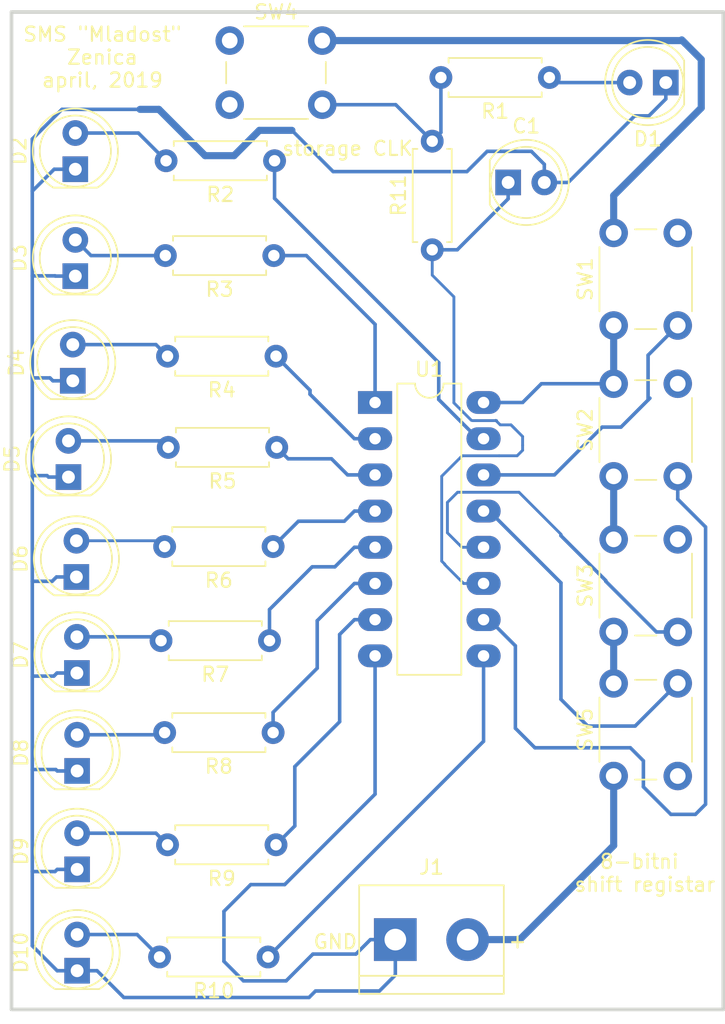
<source format=kicad_pcb>
(kicad_pcb (version 20171130) (host pcbnew 5.1.1-8be2ce7~80~ubuntu18.04.1)

  (general
    (thickness 1.6)
    (drawings 9)
    (tracks 212)
    (zones 0)
    (modules 29)
    (nets 28)
  )

  (page A4)
  (title_block
    (title "Shift register")
    (date 2019-04-18)
    (rev v01)
    (company "SMS Mladost")
    (comment 4 "Anel Husakovic")
  )

  (layers
    (0 F.Cu signal)
    (31 B.Cu signal)
    (32 B.Adhes user)
    (33 F.Adhes user)
    (34 B.Paste user)
    (35 F.Paste user)
    (36 B.SilkS user)
    (37 F.SilkS user)
    (38 B.Mask user)
    (39 F.Mask user)
    (40 Dwgs.User user)
    (41 Cmts.User user)
    (42 Eco1.User user)
    (43 Eco2.User user)
    (44 Edge.Cuts user)
    (45 Margin user)
    (46 B.CrtYd user)
    (47 F.CrtYd user)
    (48 B.Fab user)
    (49 F.Fab user)
  )

  (setup
    (last_trace_width 0.2)
    (user_trace_width 0.2)
    (user_trace_width 0.5)
    (trace_clearance 0.2)
    (zone_clearance 0.508)
    (zone_45_only no)
    (trace_min 0.2)
    (via_size 0.8)
    (via_drill 0.4)
    (via_min_size 0.4)
    (via_min_drill 0.3)
    (uvia_size 0.3)
    (uvia_drill 0.1)
    (uvias_allowed no)
    (uvia_min_size 0.2)
    (uvia_min_drill 0.1)
    (edge_width 0.05)
    (segment_width 0.2)
    (pcb_text_width 0.3)
    (pcb_text_size 1.5 1.5)
    (mod_edge_width 0.12)
    (mod_text_size 1 1)
    (mod_text_width 0.15)
    (pad_size 1.524 1.524)
    (pad_drill 0.762)
    (pad_to_mask_clearance 0.051)
    (solder_mask_min_width 0.25)
    (aux_axis_origin 0 0)
    (visible_elements FFFFFF7F)
    (pcbplotparams
      (layerselection 0x010fc_ffffffff)
      (usegerberextensions false)
      (usegerberattributes false)
      (usegerberadvancedattributes false)
      (creategerberjobfile false)
      (excludeedgelayer true)
      (linewidth 0.100000)
      (plotframeref false)
      (viasonmask false)
      (mode 1)
      (useauxorigin false)
      (hpglpennumber 1)
      (hpglpenspeed 20)
      (hpglpendiameter 15.000000)
      (psnegative false)
      (psa4output false)
      (plotreference true)
      (plotvalue true)
      (plotinvisibletext false)
      (padsonsilk false)
      (subtractmaskfromsilk false)
      (outputformat 1)
      (mirror false)
      (drillshape 1)
      (scaleselection 1)
      (outputdirectory ""))
  )

  (net 0 "")
  (net 1 GND)
  (net 2 "Net-(C1-Pad1)")
  (net 3 "Net-(D1-Pad2)")
  (net 4 "Net-(D2-Pad2)")
  (net 5 "Net-(D3-Pad2)")
  (net 6 "Net-(D4-Pad2)")
  (net 7 "Net-(D5-Pad2)")
  (net 8 "Net-(D6-Pad2)")
  (net 9 "Net-(D7-Pad2)")
  (net 10 "Net-(D8-Pad2)")
  (net 11 "Net-(D9-Pad2)")
  (net 12 "Net-(D10-Pad2)")
  (net 13 "Net-(R2-Pad1)")
  (net 14 "Net-(R3-Pad1)")
  (net 15 "Net-(R4-Pad1)")
  (net 16 "Net-(R5-Pad1)")
  (net 17 "Net-(R6-Pad1)")
  (net 18 "Net-(R7-Pad1)")
  (net 19 "Net-(R8-Pad1)")
  (net 20 "Net-(R9-Pad1)")
  (net 21 "Net-(R10-Pad1)")
  (net 22 VCC)
  (net 23 "Net-(SW1-Pad2)")
  (net 24 "Net-(SW2-Pad2)")
  (net 25 "Net-(SW3-Pad2)")
  (net 26 "Net-(SW5-Pad2)")
  (net 27 "Net-(R1-Pad2)")

  (net_class Default "This is the default net class."
    (clearance 0.2)
    (trace_width 0.25)
    (via_dia 0.8)
    (via_drill 0.4)
    (uvia_dia 0.3)
    (uvia_drill 0.1)
    (add_net GND)
    (add_net "Net-(C1-Pad1)")
    (add_net "Net-(D1-Pad2)")
    (add_net "Net-(D10-Pad2)")
    (add_net "Net-(D2-Pad2)")
    (add_net "Net-(D3-Pad2)")
    (add_net "Net-(D4-Pad2)")
    (add_net "Net-(D5-Pad2)")
    (add_net "Net-(D6-Pad2)")
    (add_net "Net-(D7-Pad2)")
    (add_net "Net-(D8-Pad2)")
    (add_net "Net-(D9-Pad2)")
    (add_net "Net-(R1-Pad2)")
    (add_net "Net-(R10-Pad1)")
    (add_net "Net-(R2-Pad1)")
    (add_net "Net-(R3-Pad1)")
    (add_net "Net-(R4-Pad1)")
    (add_net "Net-(R5-Pad1)")
    (add_net "Net-(R6-Pad1)")
    (add_net "Net-(R7-Pad1)")
    (add_net "Net-(R8-Pad1)")
    (add_net "Net-(R9-Pad1)")
    (add_net "Net-(SW1-Pad2)")
    (add_net "Net-(SW2-Pad2)")
    (add_net "Net-(SW3-Pad2)")
    (add_net "Net-(SW5-Pad2)")
    (add_net VCC)
  )

  (module Button_Switch_THT:SW_PUSH_6mm (layer F.Cu) (tedit 5A02FE31) (tstamp 5CB8A1D4)
    (at 92.3 83.6168 90)
    (descr https://www.omron.com/ecb/products/pdf/en-b3f.pdf)
    (tags "tact sw push 6mm")
    (path /5CCA466B)
    (fp_text reference SW5 (at 3.25 -2 90) (layer F.SilkS)
      (effects (font (size 1 1) (thickness 0.15)))
    )
    (fp_text value Pushbutton (at 3.75 6.7 90) (layer F.Fab)
      (effects (font (size 1 1) (thickness 0.15)))
    )
    (fp_circle (center 3.25 2.25) (end 1.25 2.5) (layer F.Fab) (width 0.1))
    (fp_line (start 6.75 3) (end 6.75 1.5) (layer F.SilkS) (width 0.12))
    (fp_line (start 5.5 -1) (end 1 -1) (layer F.SilkS) (width 0.12))
    (fp_line (start -0.25 1.5) (end -0.25 3) (layer F.SilkS) (width 0.12))
    (fp_line (start 1 5.5) (end 5.5 5.5) (layer F.SilkS) (width 0.12))
    (fp_line (start 8 -1.25) (end 8 5.75) (layer F.CrtYd) (width 0.05))
    (fp_line (start 7.75 6) (end -1.25 6) (layer F.CrtYd) (width 0.05))
    (fp_line (start -1.5 5.75) (end -1.5 -1.25) (layer F.CrtYd) (width 0.05))
    (fp_line (start -1.25 -1.5) (end 7.75 -1.5) (layer F.CrtYd) (width 0.05))
    (fp_line (start -1.5 6) (end -1.25 6) (layer F.CrtYd) (width 0.05))
    (fp_line (start -1.5 5.75) (end -1.5 6) (layer F.CrtYd) (width 0.05))
    (fp_line (start -1.5 -1.5) (end -1.25 -1.5) (layer F.CrtYd) (width 0.05))
    (fp_line (start -1.5 -1.25) (end -1.5 -1.5) (layer F.CrtYd) (width 0.05))
    (fp_line (start 8 -1.5) (end 8 -1.25) (layer F.CrtYd) (width 0.05))
    (fp_line (start 7.75 -1.5) (end 8 -1.5) (layer F.CrtYd) (width 0.05))
    (fp_line (start 8 6) (end 8 5.75) (layer F.CrtYd) (width 0.05))
    (fp_line (start 7.75 6) (end 8 6) (layer F.CrtYd) (width 0.05))
    (fp_line (start 0.25 -0.75) (end 3.25 -0.75) (layer F.Fab) (width 0.1))
    (fp_line (start 0.25 5.25) (end 0.25 -0.75) (layer F.Fab) (width 0.1))
    (fp_line (start 6.25 5.25) (end 0.25 5.25) (layer F.Fab) (width 0.1))
    (fp_line (start 6.25 -0.75) (end 6.25 5.25) (layer F.Fab) (width 0.1))
    (fp_line (start 3.25 -0.75) (end 6.25 -0.75) (layer F.Fab) (width 0.1))
    (fp_text user %R (at 3.25 2.25 90) (layer F.Fab)
      (effects (font (size 1 1) (thickness 0.15)))
    )
    (pad 1 thru_hole circle (at 6.5 0 180) (size 2 2) (drill 1.1) (layers *.Cu *.Mask)
      (net 22 VCC))
    (pad 2 thru_hole circle (at 6.5 4.5 180) (size 2 2) (drill 1.1) (layers *.Cu *.Mask)
      (net 26 "Net-(SW5-Pad2)"))
    (pad 1 thru_hole circle (at 0 0 180) (size 2 2) (drill 1.1) (layers *.Cu *.Mask)
      (net 22 VCC))
    (pad 2 thru_hole circle (at 0 4.5 180) (size 2 2) (drill 1.1) (layers *.Cu *.Mask)
      (net 26 "Net-(SW5-Pad2)"))
    (model ${KISYS3DMOD}/Button_Switch_THT.3dshapes/SW_PUSH_6mm.wrl
      (at (xyz 0 0 0))
      (scale (xyz 1 1 1))
      (rotate (xyz 0 0 0))
    )
  )

  (module Button_Switch_THT:SW_PUSH_6mm (layer F.Cu) (tedit 5A02FE31) (tstamp 5CB8A1BA)
    (at 65.3288 32.004)
    (descr https://www.omron.com/ecb/products/pdf/en-b3f.pdf)
    (tags "tact sw push 6mm")
    (path /5CC96D88)
    (fp_text reference SW4 (at 3.25 -2) (layer F.SilkS)
      (effects (font (size 1 1) (thickness 0.15)))
    )
    (fp_text value Pushbutton (at 3.75 6.7) (layer F.Fab)
      (effects (font (size 1 1) (thickness 0.15)))
    )
    (fp_circle (center 3.25 2.25) (end 1.25 2.5) (layer F.Fab) (width 0.1))
    (fp_line (start 6.75 3) (end 6.75 1.5) (layer F.SilkS) (width 0.12))
    (fp_line (start 5.5 -1) (end 1 -1) (layer F.SilkS) (width 0.12))
    (fp_line (start -0.25 1.5) (end -0.25 3) (layer F.SilkS) (width 0.12))
    (fp_line (start 1 5.5) (end 5.5 5.5) (layer F.SilkS) (width 0.12))
    (fp_line (start 8 -1.25) (end 8 5.75) (layer F.CrtYd) (width 0.05))
    (fp_line (start 7.75 6) (end -1.25 6) (layer F.CrtYd) (width 0.05))
    (fp_line (start -1.5 5.75) (end -1.5 -1.25) (layer F.CrtYd) (width 0.05))
    (fp_line (start -1.25 -1.5) (end 7.75 -1.5) (layer F.CrtYd) (width 0.05))
    (fp_line (start -1.5 6) (end -1.25 6) (layer F.CrtYd) (width 0.05))
    (fp_line (start -1.5 5.75) (end -1.5 6) (layer F.CrtYd) (width 0.05))
    (fp_line (start -1.5 -1.5) (end -1.25 -1.5) (layer F.CrtYd) (width 0.05))
    (fp_line (start -1.5 -1.25) (end -1.5 -1.5) (layer F.CrtYd) (width 0.05))
    (fp_line (start 8 -1.5) (end 8 -1.25) (layer F.CrtYd) (width 0.05))
    (fp_line (start 7.75 -1.5) (end 8 -1.5) (layer F.CrtYd) (width 0.05))
    (fp_line (start 8 6) (end 8 5.75) (layer F.CrtYd) (width 0.05))
    (fp_line (start 7.75 6) (end 8 6) (layer F.CrtYd) (width 0.05))
    (fp_line (start 0.25 -0.75) (end 3.25 -0.75) (layer F.Fab) (width 0.1))
    (fp_line (start 0.25 5.25) (end 0.25 -0.75) (layer F.Fab) (width 0.1))
    (fp_line (start 6.25 5.25) (end 0.25 5.25) (layer F.Fab) (width 0.1))
    (fp_line (start 6.25 -0.75) (end 6.25 5.25) (layer F.Fab) (width 0.1))
    (fp_line (start 3.25 -0.75) (end 6.25 -0.75) (layer F.Fab) (width 0.1))
    (fp_text user %R (at 3.25 2.25) (layer F.Fab)
      (effects (font (size 1 1) (thickness 0.15)))
    )
    (pad 1 thru_hole circle (at 6.5 0 90) (size 2 2) (drill 1.1) (layers *.Cu *.Mask)
      (net 22 VCC))
    (pad 2 thru_hole circle (at 6.5 4.5 90) (size 2 2) (drill 1.1) (layers *.Cu *.Mask)
      (net 27 "Net-(R1-Pad2)"))
    (pad 1 thru_hole circle (at 0 0 90) (size 2 2) (drill 1.1) (layers *.Cu *.Mask)
      (net 22 VCC))
    (pad 2 thru_hole circle (at 0 4.5 90) (size 2 2) (drill 1.1) (layers *.Cu *.Mask)
      (net 27 "Net-(R1-Pad2)"))
    (model ${KISYS3DMOD}/Button_Switch_THT.3dshapes/SW_PUSH_6mm.wrl
      (at (xyz 0 0 0))
      (scale (xyz 1 1 1))
      (rotate (xyz 0 0 0))
    )
  )

  (module Button_Switch_THT:SW_PUSH_6mm (layer F.Cu) (tedit 5A02FE31) (tstamp 5CB8A1A0)
    (at 92.3 73.5076 90)
    (descr https://www.omron.com/ecb/products/pdf/en-b3f.pdf)
    (tags "tact sw push 6mm")
    (path /5CC96C39)
    (fp_text reference SW3 (at 3.25 -2 90) (layer F.SilkS)
      (effects (font (size 1 1) (thickness 0.15)))
    )
    (fp_text value Pushbutton (at 3.75 6.7 90) (layer F.Fab)
      (effects (font (size 1 1) (thickness 0.15)))
    )
    (fp_circle (center 3.25 2.25) (end 1.25 2.5) (layer F.Fab) (width 0.1))
    (fp_line (start 6.75 3) (end 6.75 1.5) (layer F.SilkS) (width 0.12))
    (fp_line (start 5.5 -1) (end 1 -1) (layer F.SilkS) (width 0.12))
    (fp_line (start -0.25 1.5) (end -0.25 3) (layer F.SilkS) (width 0.12))
    (fp_line (start 1 5.5) (end 5.5 5.5) (layer F.SilkS) (width 0.12))
    (fp_line (start 8 -1.25) (end 8 5.75) (layer F.CrtYd) (width 0.05))
    (fp_line (start 7.75 6) (end -1.25 6) (layer F.CrtYd) (width 0.05))
    (fp_line (start -1.5 5.75) (end -1.5 -1.25) (layer F.CrtYd) (width 0.05))
    (fp_line (start -1.25 -1.5) (end 7.75 -1.5) (layer F.CrtYd) (width 0.05))
    (fp_line (start -1.5 6) (end -1.25 6) (layer F.CrtYd) (width 0.05))
    (fp_line (start -1.5 5.75) (end -1.5 6) (layer F.CrtYd) (width 0.05))
    (fp_line (start -1.5 -1.5) (end -1.25 -1.5) (layer F.CrtYd) (width 0.05))
    (fp_line (start -1.5 -1.25) (end -1.5 -1.5) (layer F.CrtYd) (width 0.05))
    (fp_line (start 8 -1.5) (end 8 -1.25) (layer F.CrtYd) (width 0.05))
    (fp_line (start 7.75 -1.5) (end 8 -1.5) (layer F.CrtYd) (width 0.05))
    (fp_line (start 8 6) (end 8 5.75) (layer F.CrtYd) (width 0.05))
    (fp_line (start 7.75 6) (end 8 6) (layer F.CrtYd) (width 0.05))
    (fp_line (start 0.25 -0.75) (end 3.25 -0.75) (layer F.Fab) (width 0.1))
    (fp_line (start 0.25 5.25) (end 0.25 -0.75) (layer F.Fab) (width 0.1))
    (fp_line (start 6.25 5.25) (end 0.25 5.25) (layer F.Fab) (width 0.1))
    (fp_line (start 6.25 -0.75) (end 6.25 5.25) (layer F.Fab) (width 0.1))
    (fp_line (start 3.25 -0.75) (end 6.25 -0.75) (layer F.Fab) (width 0.1))
    (fp_text user %R (at 3.25 2.25 90) (layer F.Fab)
      (effects (font (size 1 1) (thickness 0.15)))
    )
    (pad 1 thru_hole circle (at 6.5 0 180) (size 2 2) (drill 1.1) (layers *.Cu *.Mask)
      (net 22 VCC))
    (pad 2 thru_hole circle (at 6.5 4.5 180) (size 2 2) (drill 1.1) (layers *.Cu *.Mask)
      (net 25 "Net-(SW3-Pad2)"))
    (pad 1 thru_hole circle (at 0 0 180) (size 2 2) (drill 1.1) (layers *.Cu *.Mask)
      (net 22 VCC))
    (pad 2 thru_hole circle (at 0 4.5 180) (size 2 2) (drill 1.1) (layers *.Cu *.Mask)
      (net 25 "Net-(SW3-Pad2)"))
    (model ${KISYS3DMOD}/Button_Switch_THT.3dshapes/SW_PUSH_6mm.wrl
      (at (xyz 0 0 0))
      (scale (xyz 1 1 1))
      (rotate (xyz 0 0 0))
    )
  )

  (module Button_Switch_THT:SW_PUSH_6mm (layer F.Cu) (tedit 5A02FE31) (tstamp 5CB8A186)
    (at 92.3 62.5856 90)
    (descr https://www.omron.com/ecb/products/pdf/en-b3f.pdf)
    (tags "tact sw push 6mm")
    (path /5CC967D0)
    (fp_text reference SW2 (at 3.25 -2 90) (layer F.SilkS)
      (effects (font (size 1 1) (thickness 0.15)))
    )
    (fp_text value Pushbutton (at 3.75 6.7 90) (layer F.Fab)
      (effects (font (size 1 1) (thickness 0.15)))
    )
    (fp_circle (center 3.25 2.25) (end 1.25 2.5) (layer F.Fab) (width 0.1))
    (fp_line (start 6.75 3) (end 6.75 1.5) (layer F.SilkS) (width 0.12))
    (fp_line (start 5.5 -1) (end 1 -1) (layer F.SilkS) (width 0.12))
    (fp_line (start -0.25 1.5) (end -0.25 3) (layer F.SilkS) (width 0.12))
    (fp_line (start 1 5.5) (end 5.5 5.5) (layer F.SilkS) (width 0.12))
    (fp_line (start 8 -1.25) (end 8 5.75) (layer F.CrtYd) (width 0.05))
    (fp_line (start 7.75 6) (end -1.25 6) (layer F.CrtYd) (width 0.05))
    (fp_line (start -1.5 5.75) (end -1.5 -1.25) (layer F.CrtYd) (width 0.05))
    (fp_line (start -1.25 -1.5) (end 7.75 -1.5) (layer F.CrtYd) (width 0.05))
    (fp_line (start -1.5 6) (end -1.25 6) (layer F.CrtYd) (width 0.05))
    (fp_line (start -1.5 5.75) (end -1.5 6) (layer F.CrtYd) (width 0.05))
    (fp_line (start -1.5 -1.5) (end -1.25 -1.5) (layer F.CrtYd) (width 0.05))
    (fp_line (start -1.5 -1.25) (end -1.5 -1.5) (layer F.CrtYd) (width 0.05))
    (fp_line (start 8 -1.5) (end 8 -1.25) (layer F.CrtYd) (width 0.05))
    (fp_line (start 7.75 -1.5) (end 8 -1.5) (layer F.CrtYd) (width 0.05))
    (fp_line (start 8 6) (end 8 5.75) (layer F.CrtYd) (width 0.05))
    (fp_line (start 7.75 6) (end 8 6) (layer F.CrtYd) (width 0.05))
    (fp_line (start 0.25 -0.75) (end 3.25 -0.75) (layer F.Fab) (width 0.1))
    (fp_line (start 0.25 5.25) (end 0.25 -0.75) (layer F.Fab) (width 0.1))
    (fp_line (start 6.25 5.25) (end 0.25 5.25) (layer F.Fab) (width 0.1))
    (fp_line (start 6.25 -0.75) (end 6.25 5.25) (layer F.Fab) (width 0.1))
    (fp_line (start 3.25 -0.75) (end 6.25 -0.75) (layer F.Fab) (width 0.1))
    (fp_text user %R (at 3.25 2.25 90) (layer F.Fab)
      (effects (font (size 1 1) (thickness 0.15)))
    )
    (pad 1 thru_hole circle (at 6.5 0 180) (size 2 2) (drill 1.1) (layers *.Cu *.Mask)
      (net 22 VCC))
    (pad 2 thru_hole circle (at 6.5 4.5 180) (size 2 2) (drill 1.1) (layers *.Cu *.Mask)
      (net 24 "Net-(SW2-Pad2)"))
    (pad 1 thru_hole circle (at 0 0 180) (size 2 2) (drill 1.1) (layers *.Cu *.Mask)
      (net 22 VCC))
    (pad 2 thru_hole circle (at 0 4.5 180) (size 2 2) (drill 1.1) (layers *.Cu *.Mask)
      (net 24 "Net-(SW2-Pad2)"))
    (model ${KISYS3DMOD}/Button_Switch_THT.3dshapes/SW_PUSH_6mm.wrl
      (at (xyz 0 0 0))
      (scale (xyz 1 1 1))
      (rotate (xyz 0 0 0))
    )
  )

  (module Button_Switch_THT:SW_PUSH_6mm (layer F.Cu) (tedit 5A02FE31) (tstamp 5CB8A16C)
    (at 92.3 52 90)
    (descr https://www.omron.com/ecb/products/pdf/en-b3f.pdf)
    (tags "tact sw push 6mm")
    (path /5CC96532)
    (fp_text reference SW1 (at 3.25 -2 90) (layer F.SilkS)
      (effects (font (size 1 1) (thickness 0.15)))
    )
    (fp_text value Pushbutton (at 3.75 6.7 90) (layer F.Fab)
      (effects (font (size 1 1) (thickness 0.15)))
    )
    (fp_circle (center 3.25 2.25) (end 1.25 2.5) (layer F.Fab) (width 0.1))
    (fp_line (start 6.75 3) (end 6.75 1.5) (layer F.SilkS) (width 0.12))
    (fp_line (start 5.5 -1) (end 1 -1) (layer F.SilkS) (width 0.12))
    (fp_line (start -0.25 1.5) (end -0.25 3) (layer F.SilkS) (width 0.12))
    (fp_line (start 1 5.5) (end 5.5 5.5) (layer F.SilkS) (width 0.12))
    (fp_line (start 8 -1.25) (end 8 5.75) (layer F.CrtYd) (width 0.05))
    (fp_line (start 7.75 6) (end -1.25 6) (layer F.CrtYd) (width 0.05))
    (fp_line (start -1.5 5.75) (end -1.5 -1.25) (layer F.CrtYd) (width 0.05))
    (fp_line (start -1.25 -1.5) (end 7.75 -1.5) (layer F.CrtYd) (width 0.05))
    (fp_line (start -1.5 6) (end -1.25 6) (layer F.CrtYd) (width 0.05))
    (fp_line (start -1.5 5.75) (end -1.5 6) (layer F.CrtYd) (width 0.05))
    (fp_line (start -1.5 -1.5) (end -1.25 -1.5) (layer F.CrtYd) (width 0.05))
    (fp_line (start -1.5 -1.25) (end -1.5 -1.5) (layer F.CrtYd) (width 0.05))
    (fp_line (start 8 -1.5) (end 8 -1.25) (layer F.CrtYd) (width 0.05))
    (fp_line (start 7.75 -1.5) (end 8 -1.5) (layer F.CrtYd) (width 0.05))
    (fp_line (start 8 6) (end 8 5.75) (layer F.CrtYd) (width 0.05))
    (fp_line (start 7.75 6) (end 8 6) (layer F.CrtYd) (width 0.05))
    (fp_line (start 0.25 -0.75) (end 3.25 -0.75) (layer F.Fab) (width 0.1))
    (fp_line (start 0.25 5.25) (end 0.25 -0.75) (layer F.Fab) (width 0.1))
    (fp_line (start 6.25 5.25) (end 0.25 5.25) (layer F.Fab) (width 0.1))
    (fp_line (start 6.25 -0.75) (end 6.25 5.25) (layer F.Fab) (width 0.1))
    (fp_line (start 3.25 -0.75) (end 6.25 -0.75) (layer F.Fab) (width 0.1))
    (fp_text user %R (at 3.25 2.25 90) (layer F.Fab)
      (effects (font (size 1 1) (thickness 0.15)))
    )
    (pad 1 thru_hole circle (at 6.5 0 180) (size 2 2) (drill 1.1) (layers *.Cu *.Mask)
      (net 22 VCC))
    (pad 2 thru_hole circle (at 6.5 4.5 180) (size 2 2) (drill 1.1) (layers *.Cu *.Mask)
      (net 23 "Net-(SW1-Pad2)"))
    (pad 1 thru_hole circle (at 0 0 180) (size 2 2) (drill 1.1) (layers *.Cu *.Mask)
      (net 22 VCC))
    (pad 2 thru_hole circle (at 0 4.5 180) (size 2 2) (drill 1.1) (layers *.Cu *.Mask)
      (net 23 "Net-(SW1-Pad2)"))
    (model ${KISYS3DMOD}/Button_Switch_THT.3dshapes/SW_PUSH_6mm.wrl
      (at (xyz 0 0 0))
      (scale (xyz 1 1 1))
      (rotate (xyz 0 0 0))
    )
  )

  (module TerminalBlock:TerminalBlock_bornier-2_P5.08mm (layer F.Cu) (tedit 59FF03AB) (tstamp 5CB9063A)
    (at 76.962 95.0976)
    (descr "simple 2-pin terminal block, pitch 5.08mm, revamped version of bornier2")
    (tags "terminal block bornier2")
    (path /5CBBC376)
    (fp_text reference J1 (at 2.54 -5.08) (layer F.SilkS)
      (effects (font (size 1 1) (thickness 0.15)))
    )
    (fp_text value 4P2C (at 2.54 5.08) (layer F.Fab)
      (effects (font (size 1 1) (thickness 0.15)))
    )
    (fp_line (start 7.79 4) (end -2.71 4) (layer F.CrtYd) (width 0.05))
    (fp_line (start 7.79 4) (end 7.79 -4) (layer F.CrtYd) (width 0.05))
    (fp_line (start -2.71 -4) (end -2.71 4) (layer F.CrtYd) (width 0.05))
    (fp_line (start -2.71 -4) (end 7.79 -4) (layer F.CrtYd) (width 0.05))
    (fp_line (start -2.54 3.81) (end 7.62 3.81) (layer F.SilkS) (width 0.12))
    (fp_line (start -2.54 -3.81) (end -2.54 3.81) (layer F.SilkS) (width 0.12))
    (fp_line (start 7.62 -3.81) (end -2.54 -3.81) (layer F.SilkS) (width 0.12))
    (fp_line (start 7.62 3.81) (end 7.62 -3.81) (layer F.SilkS) (width 0.12))
    (fp_line (start 7.62 2.54) (end -2.54 2.54) (layer F.SilkS) (width 0.12))
    (fp_line (start 7.54 -3.75) (end -2.46 -3.75) (layer F.Fab) (width 0.1))
    (fp_line (start 7.54 3.75) (end 7.54 -3.75) (layer F.Fab) (width 0.1))
    (fp_line (start -2.46 3.75) (end 7.54 3.75) (layer F.Fab) (width 0.1))
    (fp_line (start -2.46 -3.75) (end -2.46 3.75) (layer F.Fab) (width 0.1))
    (fp_line (start -2.41 2.55) (end 7.49 2.55) (layer F.Fab) (width 0.1))
    (fp_text user %R (at 2.54 0) (layer F.Fab)
      (effects (font (size 1 1) (thickness 0.15)))
    )
    (pad 2 thru_hole circle (at 5.08 0) (size 3 3) (drill 1.52) (layers *.Cu *.Mask)
      (net 22 VCC))
    (pad 1 thru_hole rect (at 0 0) (size 3 3) (drill 1.52) (layers *.Cu *.Mask)
      (net 1 GND))
    (model ${KISYS3DMOD}/TerminalBlock.3dshapes/TerminalBlock_bornier-2_P5.08mm.wrl
      (offset (xyz 2.539999961853027 0 0))
      (scale (xyz 1 1 1))
      (rotate (xyz 0 0 0))
    )
  )

  (module Resistor_THT:R_Axial_DIN0207_L6.3mm_D2.5mm_P7.62mm_Horizontal (layer F.Cu) (tedit 5AE5139B) (tstamp 5CB8DBEE)
    (at 79.5528 46.6852 90)
    (descr "Resistor, Axial_DIN0207 series, Axial, Horizontal, pin pitch=7.62mm, 0.25W = 1/4W, length*diameter=6.3*2.5mm^2, http://cdn-reichelt.de/documents/datenblatt/B400/1_4W%23YAG.pdf")
    (tags "Resistor Axial_DIN0207 series Axial Horizontal pin pitch 7.62mm 0.25W = 1/4W length 6.3mm diameter 2.5mm")
    (path /5CBAB147)
    (fp_text reference R11 (at 3.81 -2.37 90) (layer F.SilkS)
      (effects (font (size 1 1) (thickness 0.15)))
    )
    (fp_text value resistor (at 3.81 2.37 90) (layer F.Fab)
      (effects (font (size 1 1) (thickness 0.15)))
    )
    (fp_text user %R (at 3.81 0 90) (layer F.Fab)
      (effects (font (size 1 1) (thickness 0.15)))
    )
    (fp_line (start 8.67 -1.5) (end -1.05 -1.5) (layer F.CrtYd) (width 0.05))
    (fp_line (start 8.67 1.5) (end 8.67 -1.5) (layer F.CrtYd) (width 0.05))
    (fp_line (start -1.05 1.5) (end 8.67 1.5) (layer F.CrtYd) (width 0.05))
    (fp_line (start -1.05 -1.5) (end -1.05 1.5) (layer F.CrtYd) (width 0.05))
    (fp_line (start 7.08 1.37) (end 7.08 1.04) (layer F.SilkS) (width 0.12))
    (fp_line (start 0.54 1.37) (end 7.08 1.37) (layer F.SilkS) (width 0.12))
    (fp_line (start 0.54 1.04) (end 0.54 1.37) (layer F.SilkS) (width 0.12))
    (fp_line (start 7.08 -1.37) (end 7.08 -1.04) (layer F.SilkS) (width 0.12))
    (fp_line (start 0.54 -1.37) (end 7.08 -1.37) (layer F.SilkS) (width 0.12))
    (fp_line (start 0.54 -1.04) (end 0.54 -1.37) (layer F.SilkS) (width 0.12))
    (fp_line (start 7.62 0) (end 6.96 0) (layer F.Fab) (width 0.1))
    (fp_line (start 0 0) (end 0.66 0) (layer F.Fab) (width 0.1))
    (fp_line (start 6.96 -1.25) (end 0.66 -1.25) (layer F.Fab) (width 0.1))
    (fp_line (start 6.96 1.25) (end 6.96 -1.25) (layer F.Fab) (width 0.1))
    (fp_line (start 0.66 1.25) (end 6.96 1.25) (layer F.Fab) (width 0.1))
    (fp_line (start 0.66 -1.25) (end 0.66 1.25) (layer F.Fab) (width 0.1))
    (pad 2 thru_hole oval (at 7.62 0 90) (size 1.6 1.6) (drill 0.8) (layers *.Cu *.Mask)
      (net 27 "Net-(R1-Pad2)"))
    (pad 1 thru_hole circle (at 0 0 90) (size 1.6 1.6) (drill 0.8) (layers *.Cu *.Mask)
      (net 2 "Net-(C1-Pad1)"))
    (model ${KISYS3DMOD}/Resistor_THT.3dshapes/R_Axial_DIN0207_L6.3mm_D2.5mm_P7.62mm_Horizontal.wrl
      (at (xyz 0 0 0))
      (scale (xyz 1 1 1))
      (rotate (xyz 0 0 0))
    )
  )

  (module Package_DIP:DIP-16_W7.62mm_LongPads (layer F.Cu) (tedit 5A02E8C5) (tstamp 5CB8A1F8)
    (at 75.5396 57.404)
    (descr "16-lead though-hole mounted DIP package, row spacing 7.62 mm (300 mils), LongPads")
    (tags "THT DIP DIL PDIP 2.54mm 7.62mm 300mil LongPads")
    (path /5CCA1FB2)
    (fp_text reference U1 (at 3.81 -2.33) (layer F.SilkS)
      (effects (font (size 1 1) (thickness 0.15)))
    )
    (fp_text value 74HC595 (at 3.81 20.11) (layer F.Fab)
      (effects (font (size 1 1) (thickness 0.15)))
    )
    (fp_text user %R (at 3.81 8.89) (layer F.Fab)
      (effects (font (size 1 1) (thickness 0.15)))
    )
    (fp_line (start 9.1 -1.55) (end -1.45 -1.55) (layer F.CrtYd) (width 0.05))
    (fp_line (start 9.1 19.3) (end 9.1 -1.55) (layer F.CrtYd) (width 0.05))
    (fp_line (start -1.45 19.3) (end 9.1 19.3) (layer F.CrtYd) (width 0.05))
    (fp_line (start -1.45 -1.55) (end -1.45 19.3) (layer F.CrtYd) (width 0.05))
    (fp_line (start 6.06 -1.33) (end 4.81 -1.33) (layer F.SilkS) (width 0.12))
    (fp_line (start 6.06 19.11) (end 6.06 -1.33) (layer F.SilkS) (width 0.12))
    (fp_line (start 1.56 19.11) (end 6.06 19.11) (layer F.SilkS) (width 0.12))
    (fp_line (start 1.56 -1.33) (end 1.56 19.11) (layer F.SilkS) (width 0.12))
    (fp_line (start 2.81 -1.33) (end 1.56 -1.33) (layer F.SilkS) (width 0.12))
    (fp_line (start 0.635 -0.27) (end 1.635 -1.27) (layer F.Fab) (width 0.1))
    (fp_line (start 0.635 19.05) (end 0.635 -0.27) (layer F.Fab) (width 0.1))
    (fp_line (start 6.985 19.05) (end 0.635 19.05) (layer F.Fab) (width 0.1))
    (fp_line (start 6.985 -1.27) (end 6.985 19.05) (layer F.Fab) (width 0.1))
    (fp_line (start 1.635 -1.27) (end 6.985 -1.27) (layer F.Fab) (width 0.1))
    (fp_arc (start 3.81 -1.33) (end 2.81 -1.33) (angle -180) (layer F.SilkS) (width 0.12))
    (pad 16 thru_hole oval (at 7.62 0) (size 2.4 1.6) (drill 0.8) (layers *.Cu *.Mask)
      (net 22 VCC))
    (pad 8 thru_hole oval (at 0 17.78) (size 2.4 1.6) (drill 0.8) (layers *.Cu *.Mask)
      (net 1 GND))
    (pad 15 thru_hole oval (at 7.62 2.54) (size 2.4 1.6) (drill 0.8) (layers *.Cu *.Mask)
      (net 13 "Net-(R2-Pad1)"))
    (pad 7 thru_hole oval (at 0 15.24) (size 2.4 1.6) (drill 0.8) (layers *.Cu *.Mask)
      (net 20 "Net-(R9-Pad1)"))
    (pad 14 thru_hole oval (at 7.62 5.08) (size 2.4 1.6) (drill 0.8) (layers *.Cu *.Mask)
      (net 23 "Net-(SW1-Pad2)"))
    (pad 6 thru_hole oval (at 0 12.7) (size 2.4 1.6) (drill 0.8) (layers *.Cu *.Mask)
      (net 19 "Net-(R8-Pad1)"))
    (pad 13 thru_hole oval (at 7.62 7.62) (size 2.4 1.6) (drill 0.8) (layers *.Cu *.Mask)
      (net 26 "Net-(SW5-Pad2)"))
    (pad 5 thru_hole oval (at 0 10.16) (size 2.4 1.6) (drill 0.8) (layers *.Cu *.Mask)
      (net 18 "Net-(R7-Pad1)"))
    (pad 12 thru_hole oval (at 7.62 10.16) (size 2.4 1.6) (drill 0.8) (layers *.Cu *.Mask)
      (net 25 "Net-(SW3-Pad2)"))
    (pad 4 thru_hole oval (at 0 7.62) (size 2.4 1.6) (drill 0.8) (layers *.Cu *.Mask)
      (net 17 "Net-(R6-Pad1)"))
    (pad 11 thru_hole oval (at 7.62 12.7) (size 2.4 1.6) (drill 0.8) (layers *.Cu *.Mask)
      (net 2 "Net-(C1-Pad1)"))
    (pad 3 thru_hole oval (at 0 5.08) (size 2.4 1.6) (drill 0.8) (layers *.Cu *.Mask)
      (net 16 "Net-(R5-Pad1)"))
    (pad 10 thru_hole oval (at 7.62 15.24) (size 2.4 1.6) (drill 0.8) (layers *.Cu *.Mask)
      (net 24 "Net-(SW2-Pad2)"))
    (pad 2 thru_hole oval (at 0 2.54) (size 2.4 1.6) (drill 0.8) (layers *.Cu *.Mask)
      (net 15 "Net-(R4-Pad1)"))
    (pad 9 thru_hole oval (at 7.62 17.78) (size 2.4 1.6) (drill 0.8) (layers *.Cu *.Mask)
      (net 21 "Net-(R10-Pad1)"))
    (pad 1 thru_hole rect (at 0 0) (size 2.4 1.6) (drill 0.8) (layers *.Cu *.Mask)
      (net 14 "Net-(R3-Pad1)"))
    (model ${KISYS3DMOD}/Package_DIP.3dshapes/DIP-16_W7.62mm.wrl
      (at (xyz 0 0 0))
      (scale (xyz 1 1 1))
      (rotate (xyz 0 0 0))
    )
  )

  (module Resistor_THT:R_Axial_DIN0207_L6.3mm_D2.5mm_P7.62mm_Horizontal (layer F.Cu) (tedit 5AE5139B) (tstamp 5CB8A152)
    (at 68.0212 96.3168 180)
    (descr "Resistor, Axial_DIN0207 series, Axial, Horizontal, pin pitch=7.62mm, 0.25W = 1/4W, length*diameter=6.3*2.5mm^2, http://cdn-reichelt.de/documents/datenblatt/B400/1_4W%23YAG.pdf")
    (tags "Resistor Axial_DIN0207 series Axial Horizontal pin pitch 7.62mm 0.25W = 1/4W length 6.3mm diameter 2.5mm")
    (path /5CCAB5A2)
    (fp_text reference R10 (at 3.81 -2.37) (layer F.SilkS)
      (effects (font (size 1 1) (thickness 0.15)))
    )
    (fp_text value resistor (at 3.81 2.37) (layer F.Fab)
      (effects (font (size 1 1) (thickness 0.15)))
    )
    (fp_text user %R (at 3.81 0) (layer F.Fab)
      (effects (font (size 1 1) (thickness 0.15)))
    )
    (fp_line (start 8.67 -1.5) (end -1.05 -1.5) (layer F.CrtYd) (width 0.05))
    (fp_line (start 8.67 1.5) (end 8.67 -1.5) (layer F.CrtYd) (width 0.05))
    (fp_line (start -1.05 1.5) (end 8.67 1.5) (layer F.CrtYd) (width 0.05))
    (fp_line (start -1.05 -1.5) (end -1.05 1.5) (layer F.CrtYd) (width 0.05))
    (fp_line (start 7.08 1.37) (end 7.08 1.04) (layer F.SilkS) (width 0.12))
    (fp_line (start 0.54 1.37) (end 7.08 1.37) (layer F.SilkS) (width 0.12))
    (fp_line (start 0.54 1.04) (end 0.54 1.37) (layer F.SilkS) (width 0.12))
    (fp_line (start 7.08 -1.37) (end 7.08 -1.04) (layer F.SilkS) (width 0.12))
    (fp_line (start 0.54 -1.37) (end 7.08 -1.37) (layer F.SilkS) (width 0.12))
    (fp_line (start 0.54 -1.04) (end 0.54 -1.37) (layer F.SilkS) (width 0.12))
    (fp_line (start 7.62 0) (end 6.96 0) (layer F.Fab) (width 0.1))
    (fp_line (start 0 0) (end 0.66 0) (layer F.Fab) (width 0.1))
    (fp_line (start 6.96 -1.25) (end 0.66 -1.25) (layer F.Fab) (width 0.1))
    (fp_line (start 6.96 1.25) (end 6.96 -1.25) (layer F.Fab) (width 0.1))
    (fp_line (start 0.66 1.25) (end 6.96 1.25) (layer F.Fab) (width 0.1))
    (fp_line (start 0.66 -1.25) (end 0.66 1.25) (layer F.Fab) (width 0.1))
    (pad 2 thru_hole oval (at 7.62 0 180) (size 1.6 1.6) (drill 0.8) (layers *.Cu *.Mask)
      (net 12 "Net-(D10-Pad2)"))
    (pad 1 thru_hole circle (at 0 0 180) (size 1.6 1.6) (drill 0.8) (layers *.Cu *.Mask)
      (net 21 "Net-(R10-Pad1)"))
    (model ${KISYS3DMOD}/Resistor_THT.3dshapes/R_Axial_DIN0207_L6.3mm_D2.5mm_P7.62mm_Horizontal.wrl
      (at (xyz 0 0 0))
      (scale (xyz 1 1 1))
      (rotate (xyz 0 0 0))
    )
  )

  (module Resistor_THT:R_Axial_DIN0207_L6.3mm_D2.5mm_P7.62mm_Horizontal (layer F.Cu) (tedit 5AE5139B) (tstamp 5CB8A13B)
    (at 68.58 88.4428 180)
    (descr "Resistor, Axial_DIN0207 series, Axial, Horizontal, pin pitch=7.62mm, 0.25W = 1/4W, length*diameter=6.3*2.5mm^2, http://cdn-reichelt.de/documents/datenblatt/B400/1_4W%23YAG.pdf")
    (tags "Resistor Axial_DIN0207 series Axial Horizontal pin pitch 7.62mm 0.25W = 1/4W length 6.3mm diameter 2.5mm")
    (path /5CCAB25D)
    (fp_text reference R9 (at 3.81 -2.37) (layer F.SilkS)
      (effects (font (size 1 1) (thickness 0.15)))
    )
    (fp_text value resistor (at 3.81 2.37) (layer F.Fab)
      (effects (font (size 1 1) (thickness 0.15)))
    )
    (fp_text user %R (at 3.81 0) (layer F.Fab)
      (effects (font (size 1 1) (thickness 0.15)))
    )
    (fp_line (start 8.67 -1.5) (end -1.05 -1.5) (layer F.CrtYd) (width 0.05))
    (fp_line (start 8.67 1.5) (end 8.67 -1.5) (layer F.CrtYd) (width 0.05))
    (fp_line (start -1.05 1.5) (end 8.67 1.5) (layer F.CrtYd) (width 0.05))
    (fp_line (start -1.05 -1.5) (end -1.05 1.5) (layer F.CrtYd) (width 0.05))
    (fp_line (start 7.08 1.37) (end 7.08 1.04) (layer F.SilkS) (width 0.12))
    (fp_line (start 0.54 1.37) (end 7.08 1.37) (layer F.SilkS) (width 0.12))
    (fp_line (start 0.54 1.04) (end 0.54 1.37) (layer F.SilkS) (width 0.12))
    (fp_line (start 7.08 -1.37) (end 7.08 -1.04) (layer F.SilkS) (width 0.12))
    (fp_line (start 0.54 -1.37) (end 7.08 -1.37) (layer F.SilkS) (width 0.12))
    (fp_line (start 0.54 -1.04) (end 0.54 -1.37) (layer F.SilkS) (width 0.12))
    (fp_line (start 7.62 0) (end 6.96 0) (layer F.Fab) (width 0.1))
    (fp_line (start 0 0) (end 0.66 0) (layer F.Fab) (width 0.1))
    (fp_line (start 6.96 -1.25) (end 0.66 -1.25) (layer F.Fab) (width 0.1))
    (fp_line (start 6.96 1.25) (end 6.96 -1.25) (layer F.Fab) (width 0.1))
    (fp_line (start 0.66 1.25) (end 6.96 1.25) (layer F.Fab) (width 0.1))
    (fp_line (start 0.66 -1.25) (end 0.66 1.25) (layer F.Fab) (width 0.1))
    (pad 2 thru_hole oval (at 7.62 0 180) (size 1.6 1.6) (drill 0.8) (layers *.Cu *.Mask)
      (net 11 "Net-(D9-Pad2)"))
    (pad 1 thru_hole circle (at 0 0 180) (size 1.6 1.6) (drill 0.8) (layers *.Cu *.Mask)
      (net 20 "Net-(R9-Pad1)"))
    (model ${KISYS3DMOD}/Resistor_THT.3dshapes/R_Axial_DIN0207_L6.3mm_D2.5mm_P7.62mm_Horizontal.wrl
      (at (xyz 0 0 0))
      (scale (xyz 1 1 1))
      (rotate (xyz 0 0 0))
    )
  )

  (module Resistor_THT:R_Axial_DIN0207_L6.3mm_D2.5mm_P7.62mm_Horizontal (layer F.Cu) (tedit 5AE5139B) (tstamp 5CB8A124)
    (at 68.3768 80.5688 180)
    (descr "Resistor, Axial_DIN0207 series, Axial, Horizontal, pin pitch=7.62mm, 0.25W = 1/4W, length*diameter=6.3*2.5mm^2, http://cdn-reichelt.de/documents/datenblatt/B400/1_4W%23YAG.pdf")
    (tags "Resistor Axial_DIN0207 series Axial Horizontal pin pitch 7.62mm 0.25W = 1/4W length 6.3mm diameter 2.5mm")
    (path /5CCAAFB2)
    (fp_text reference R8 (at 3.81 -2.37) (layer F.SilkS)
      (effects (font (size 1 1) (thickness 0.15)))
    )
    (fp_text value resistor (at 3.81 2.37) (layer F.Fab)
      (effects (font (size 1 1) (thickness 0.15)))
    )
    (fp_text user %R (at 3.81 0) (layer F.Fab)
      (effects (font (size 1 1) (thickness 0.15)))
    )
    (fp_line (start 8.67 -1.5) (end -1.05 -1.5) (layer F.CrtYd) (width 0.05))
    (fp_line (start 8.67 1.5) (end 8.67 -1.5) (layer F.CrtYd) (width 0.05))
    (fp_line (start -1.05 1.5) (end 8.67 1.5) (layer F.CrtYd) (width 0.05))
    (fp_line (start -1.05 -1.5) (end -1.05 1.5) (layer F.CrtYd) (width 0.05))
    (fp_line (start 7.08 1.37) (end 7.08 1.04) (layer F.SilkS) (width 0.12))
    (fp_line (start 0.54 1.37) (end 7.08 1.37) (layer F.SilkS) (width 0.12))
    (fp_line (start 0.54 1.04) (end 0.54 1.37) (layer F.SilkS) (width 0.12))
    (fp_line (start 7.08 -1.37) (end 7.08 -1.04) (layer F.SilkS) (width 0.12))
    (fp_line (start 0.54 -1.37) (end 7.08 -1.37) (layer F.SilkS) (width 0.12))
    (fp_line (start 0.54 -1.04) (end 0.54 -1.37) (layer F.SilkS) (width 0.12))
    (fp_line (start 7.62 0) (end 6.96 0) (layer F.Fab) (width 0.1))
    (fp_line (start 0 0) (end 0.66 0) (layer F.Fab) (width 0.1))
    (fp_line (start 6.96 -1.25) (end 0.66 -1.25) (layer F.Fab) (width 0.1))
    (fp_line (start 6.96 1.25) (end 6.96 -1.25) (layer F.Fab) (width 0.1))
    (fp_line (start 0.66 1.25) (end 6.96 1.25) (layer F.Fab) (width 0.1))
    (fp_line (start 0.66 -1.25) (end 0.66 1.25) (layer F.Fab) (width 0.1))
    (pad 2 thru_hole oval (at 7.62 0 180) (size 1.6 1.6) (drill 0.8) (layers *.Cu *.Mask)
      (net 10 "Net-(D8-Pad2)"))
    (pad 1 thru_hole circle (at 0 0 180) (size 1.6 1.6) (drill 0.8) (layers *.Cu *.Mask)
      (net 19 "Net-(R8-Pad1)"))
    (model ${KISYS3DMOD}/Resistor_THT.3dshapes/R_Axial_DIN0207_L6.3mm_D2.5mm_P7.62mm_Horizontal.wrl
      (at (xyz 0 0 0))
      (scale (xyz 1 1 1))
      (rotate (xyz 0 0 0))
    )
  )

  (module Resistor_THT:R_Axial_DIN0207_L6.3mm_D2.5mm_P7.62mm_Horizontal (layer F.Cu) (tedit 5AE5139B) (tstamp 5CB8A10D)
    (at 68.1228 74.1172 180)
    (descr "Resistor, Axial_DIN0207 series, Axial, Horizontal, pin pitch=7.62mm, 0.25W = 1/4W, length*diameter=6.3*2.5mm^2, http://cdn-reichelt.de/documents/datenblatt/B400/1_4W%23YAG.pdf")
    (tags "Resistor Axial_DIN0207 series Axial Horizontal pin pitch 7.62mm 0.25W = 1/4W length 6.3mm diameter 2.5mm")
    (path /5CCAACEE)
    (fp_text reference R7 (at 3.81 -2.37) (layer F.SilkS)
      (effects (font (size 1 1) (thickness 0.15)))
    )
    (fp_text value resistor (at 3.81 2.37) (layer F.Fab)
      (effects (font (size 1 1) (thickness 0.15)))
    )
    (fp_text user %R (at 3.81 0) (layer F.Fab)
      (effects (font (size 1 1) (thickness 0.15)))
    )
    (fp_line (start 8.67 -1.5) (end -1.05 -1.5) (layer F.CrtYd) (width 0.05))
    (fp_line (start 8.67 1.5) (end 8.67 -1.5) (layer F.CrtYd) (width 0.05))
    (fp_line (start -1.05 1.5) (end 8.67 1.5) (layer F.CrtYd) (width 0.05))
    (fp_line (start -1.05 -1.5) (end -1.05 1.5) (layer F.CrtYd) (width 0.05))
    (fp_line (start 7.08 1.37) (end 7.08 1.04) (layer F.SilkS) (width 0.12))
    (fp_line (start 0.54 1.37) (end 7.08 1.37) (layer F.SilkS) (width 0.12))
    (fp_line (start 0.54 1.04) (end 0.54 1.37) (layer F.SilkS) (width 0.12))
    (fp_line (start 7.08 -1.37) (end 7.08 -1.04) (layer F.SilkS) (width 0.12))
    (fp_line (start 0.54 -1.37) (end 7.08 -1.37) (layer F.SilkS) (width 0.12))
    (fp_line (start 0.54 -1.04) (end 0.54 -1.37) (layer F.SilkS) (width 0.12))
    (fp_line (start 7.62 0) (end 6.96 0) (layer F.Fab) (width 0.1))
    (fp_line (start 0 0) (end 0.66 0) (layer F.Fab) (width 0.1))
    (fp_line (start 6.96 -1.25) (end 0.66 -1.25) (layer F.Fab) (width 0.1))
    (fp_line (start 6.96 1.25) (end 6.96 -1.25) (layer F.Fab) (width 0.1))
    (fp_line (start 0.66 1.25) (end 6.96 1.25) (layer F.Fab) (width 0.1))
    (fp_line (start 0.66 -1.25) (end 0.66 1.25) (layer F.Fab) (width 0.1))
    (pad 2 thru_hole oval (at 7.62 0 180) (size 1.6 1.6) (drill 0.8) (layers *.Cu *.Mask)
      (net 9 "Net-(D7-Pad2)"))
    (pad 1 thru_hole circle (at 0 0 180) (size 1.6 1.6) (drill 0.8) (layers *.Cu *.Mask)
      (net 18 "Net-(R7-Pad1)"))
    (model ${KISYS3DMOD}/Resistor_THT.3dshapes/R_Axial_DIN0207_L6.3mm_D2.5mm_P7.62mm_Horizontal.wrl
      (at (xyz 0 0 0))
      (scale (xyz 1 1 1))
      (rotate (xyz 0 0 0))
    )
  )

  (module Resistor_THT:R_Axial_DIN0207_L6.3mm_D2.5mm_P7.62mm_Horizontal (layer F.Cu) (tedit 5AE5139B) (tstamp 5CB8A0F6)
    (at 68.3768 67.5132 180)
    (descr "Resistor, Axial_DIN0207 series, Axial, Horizontal, pin pitch=7.62mm, 0.25W = 1/4W, length*diameter=6.3*2.5mm^2, http://cdn-reichelt.de/documents/datenblatt/B400/1_4W%23YAG.pdf")
    (tags "Resistor Axial_DIN0207 series Axial Horizontal pin pitch 7.62mm 0.25W = 1/4W length 6.3mm diameter 2.5mm")
    (path /5CCAAA4B)
    (fp_text reference R6 (at 3.81 -2.37) (layer F.SilkS)
      (effects (font (size 1 1) (thickness 0.15)))
    )
    (fp_text value resistor (at 3.81 2.37) (layer F.Fab)
      (effects (font (size 1 1) (thickness 0.15)))
    )
    (fp_text user %R (at 3.81 0) (layer F.Fab)
      (effects (font (size 1 1) (thickness 0.15)))
    )
    (fp_line (start 8.67 -1.5) (end -1.05 -1.5) (layer F.CrtYd) (width 0.05))
    (fp_line (start 8.67 1.5) (end 8.67 -1.5) (layer F.CrtYd) (width 0.05))
    (fp_line (start -1.05 1.5) (end 8.67 1.5) (layer F.CrtYd) (width 0.05))
    (fp_line (start -1.05 -1.5) (end -1.05 1.5) (layer F.CrtYd) (width 0.05))
    (fp_line (start 7.08 1.37) (end 7.08 1.04) (layer F.SilkS) (width 0.12))
    (fp_line (start 0.54 1.37) (end 7.08 1.37) (layer F.SilkS) (width 0.12))
    (fp_line (start 0.54 1.04) (end 0.54 1.37) (layer F.SilkS) (width 0.12))
    (fp_line (start 7.08 -1.37) (end 7.08 -1.04) (layer F.SilkS) (width 0.12))
    (fp_line (start 0.54 -1.37) (end 7.08 -1.37) (layer F.SilkS) (width 0.12))
    (fp_line (start 0.54 -1.04) (end 0.54 -1.37) (layer F.SilkS) (width 0.12))
    (fp_line (start 7.62 0) (end 6.96 0) (layer F.Fab) (width 0.1))
    (fp_line (start 0 0) (end 0.66 0) (layer F.Fab) (width 0.1))
    (fp_line (start 6.96 -1.25) (end 0.66 -1.25) (layer F.Fab) (width 0.1))
    (fp_line (start 6.96 1.25) (end 6.96 -1.25) (layer F.Fab) (width 0.1))
    (fp_line (start 0.66 1.25) (end 6.96 1.25) (layer F.Fab) (width 0.1))
    (fp_line (start 0.66 -1.25) (end 0.66 1.25) (layer F.Fab) (width 0.1))
    (pad 2 thru_hole oval (at 7.62 0 180) (size 1.6 1.6) (drill 0.8) (layers *.Cu *.Mask)
      (net 8 "Net-(D6-Pad2)"))
    (pad 1 thru_hole circle (at 0 0 180) (size 1.6 1.6) (drill 0.8) (layers *.Cu *.Mask)
      (net 17 "Net-(R6-Pad1)"))
    (model ${KISYS3DMOD}/Resistor_THT.3dshapes/R_Axial_DIN0207_L6.3mm_D2.5mm_P7.62mm_Horizontal.wrl
      (at (xyz 0 0 0))
      (scale (xyz 1 1 1))
      (rotate (xyz 0 0 0))
    )
  )

  (module Resistor_THT:R_Axial_DIN0207_L6.3mm_D2.5mm_P7.62mm_Horizontal (layer F.Cu) (tedit 5AE5139B) (tstamp 5CB8A0DF)
    (at 68.6308 60.5536 180)
    (descr "Resistor, Axial_DIN0207 series, Axial, Horizontal, pin pitch=7.62mm, 0.25W = 1/4W, length*diameter=6.3*2.5mm^2, http://cdn-reichelt.de/documents/datenblatt/B400/1_4W%23YAG.pdf")
    (tags "Resistor Axial_DIN0207 series Axial Horizontal pin pitch 7.62mm 0.25W = 1/4W length 6.3mm diameter 2.5mm")
    (path /5CCAA7D8)
    (fp_text reference R5 (at 3.81 -2.37) (layer F.SilkS)
      (effects (font (size 1 1) (thickness 0.15)))
    )
    (fp_text value resistor (at 3.81 2.37) (layer F.Fab)
      (effects (font (size 1 1) (thickness 0.15)))
    )
    (fp_text user %R (at 3.81 0) (layer F.Fab)
      (effects (font (size 1 1) (thickness 0.15)))
    )
    (fp_line (start 8.67 -1.5) (end -1.05 -1.5) (layer F.CrtYd) (width 0.05))
    (fp_line (start 8.67 1.5) (end 8.67 -1.5) (layer F.CrtYd) (width 0.05))
    (fp_line (start -1.05 1.5) (end 8.67 1.5) (layer F.CrtYd) (width 0.05))
    (fp_line (start -1.05 -1.5) (end -1.05 1.5) (layer F.CrtYd) (width 0.05))
    (fp_line (start 7.08 1.37) (end 7.08 1.04) (layer F.SilkS) (width 0.12))
    (fp_line (start 0.54 1.37) (end 7.08 1.37) (layer F.SilkS) (width 0.12))
    (fp_line (start 0.54 1.04) (end 0.54 1.37) (layer F.SilkS) (width 0.12))
    (fp_line (start 7.08 -1.37) (end 7.08 -1.04) (layer F.SilkS) (width 0.12))
    (fp_line (start 0.54 -1.37) (end 7.08 -1.37) (layer F.SilkS) (width 0.12))
    (fp_line (start 0.54 -1.04) (end 0.54 -1.37) (layer F.SilkS) (width 0.12))
    (fp_line (start 7.62 0) (end 6.96 0) (layer F.Fab) (width 0.1))
    (fp_line (start 0 0) (end 0.66 0) (layer F.Fab) (width 0.1))
    (fp_line (start 6.96 -1.25) (end 0.66 -1.25) (layer F.Fab) (width 0.1))
    (fp_line (start 6.96 1.25) (end 6.96 -1.25) (layer F.Fab) (width 0.1))
    (fp_line (start 0.66 1.25) (end 6.96 1.25) (layer F.Fab) (width 0.1))
    (fp_line (start 0.66 -1.25) (end 0.66 1.25) (layer F.Fab) (width 0.1))
    (pad 2 thru_hole oval (at 7.62 0 180) (size 1.6 1.6) (drill 0.8) (layers *.Cu *.Mask)
      (net 7 "Net-(D5-Pad2)"))
    (pad 1 thru_hole circle (at 0 0 180) (size 1.6 1.6) (drill 0.8) (layers *.Cu *.Mask)
      (net 16 "Net-(R5-Pad1)"))
    (model ${KISYS3DMOD}/Resistor_THT.3dshapes/R_Axial_DIN0207_L6.3mm_D2.5mm_P7.62mm_Horizontal.wrl
      (at (xyz 0 0 0))
      (scale (xyz 1 1 1))
      (rotate (xyz 0 0 0))
    )
  )

  (module Resistor_THT:R_Axial_DIN0207_L6.3mm_D2.5mm_P7.62mm_Horizontal (layer F.Cu) (tedit 5AE5139B) (tstamp 5CB8A0C8)
    (at 68.58 54.1528 180)
    (descr "Resistor, Axial_DIN0207 series, Axial, Horizontal, pin pitch=7.62mm, 0.25W = 1/4W, length*diameter=6.3*2.5mm^2, http://cdn-reichelt.de/documents/datenblatt/B400/1_4W%23YAG.pdf")
    (tags "Resistor Axial_DIN0207 series Axial Horizontal pin pitch 7.62mm 0.25W = 1/4W length 6.3mm diameter 2.5mm")
    (path /5CCAA4FA)
    (fp_text reference R4 (at 3.81 -2.37) (layer F.SilkS)
      (effects (font (size 1 1) (thickness 0.15)))
    )
    (fp_text value resistor (at 3.81 2.37) (layer F.Fab)
      (effects (font (size 1 1) (thickness 0.15)))
    )
    (fp_text user %R (at 3.81 0) (layer F.Fab)
      (effects (font (size 1 1) (thickness 0.15)))
    )
    (fp_line (start 8.67 -1.5) (end -1.05 -1.5) (layer F.CrtYd) (width 0.05))
    (fp_line (start 8.67 1.5) (end 8.67 -1.5) (layer F.CrtYd) (width 0.05))
    (fp_line (start -1.05 1.5) (end 8.67 1.5) (layer F.CrtYd) (width 0.05))
    (fp_line (start -1.05 -1.5) (end -1.05 1.5) (layer F.CrtYd) (width 0.05))
    (fp_line (start 7.08 1.37) (end 7.08 1.04) (layer F.SilkS) (width 0.12))
    (fp_line (start 0.54 1.37) (end 7.08 1.37) (layer F.SilkS) (width 0.12))
    (fp_line (start 0.54 1.04) (end 0.54 1.37) (layer F.SilkS) (width 0.12))
    (fp_line (start 7.08 -1.37) (end 7.08 -1.04) (layer F.SilkS) (width 0.12))
    (fp_line (start 0.54 -1.37) (end 7.08 -1.37) (layer F.SilkS) (width 0.12))
    (fp_line (start 0.54 -1.04) (end 0.54 -1.37) (layer F.SilkS) (width 0.12))
    (fp_line (start 7.62 0) (end 6.96 0) (layer F.Fab) (width 0.1))
    (fp_line (start 0 0) (end 0.66 0) (layer F.Fab) (width 0.1))
    (fp_line (start 6.96 -1.25) (end 0.66 -1.25) (layer F.Fab) (width 0.1))
    (fp_line (start 6.96 1.25) (end 6.96 -1.25) (layer F.Fab) (width 0.1))
    (fp_line (start 0.66 1.25) (end 6.96 1.25) (layer F.Fab) (width 0.1))
    (fp_line (start 0.66 -1.25) (end 0.66 1.25) (layer F.Fab) (width 0.1))
    (pad 2 thru_hole oval (at 7.62 0 180) (size 1.6 1.6) (drill 0.8) (layers *.Cu *.Mask)
      (net 6 "Net-(D4-Pad2)"))
    (pad 1 thru_hole circle (at 0 0 180) (size 1.6 1.6) (drill 0.8) (layers *.Cu *.Mask)
      (net 15 "Net-(R4-Pad1)"))
    (model ${KISYS3DMOD}/Resistor_THT.3dshapes/R_Axial_DIN0207_L6.3mm_D2.5mm_P7.62mm_Horizontal.wrl
      (at (xyz 0 0 0))
      (scale (xyz 1 1 1))
      (rotate (xyz 0 0 0))
    )
  )

  (module Resistor_THT:R_Axial_DIN0207_L6.3mm_D2.5mm_P7.62mm_Horizontal (layer F.Cu) (tedit 5AE5139B) (tstamp 5CB8A0B1)
    (at 68.4276 47.0916 180)
    (descr "Resistor, Axial_DIN0207 series, Axial, Horizontal, pin pitch=7.62mm, 0.25W = 1/4W, length*diameter=6.3*2.5mm^2, http://cdn-reichelt.de/documents/datenblatt/B400/1_4W%23YAG.pdf")
    (tags "Resistor Axial_DIN0207 series Axial Horizontal pin pitch 7.62mm 0.25W = 1/4W length 6.3mm diameter 2.5mm")
    (path /5CCAA274)
    (fp_text reference R3 (at 3.81 -2.37) (layer F.SilkS)
      (effects (font (size 1 1) (thickness 0.15)))
    )
    (fp_text value resistor (at 3.81 2.37) (layer F.Fab)
      (effects (font (size 1 1) (thickness 0.15)))
    )
    (fp_text user %R (at 3.81 0) (layer F.Fab)
      (effects (font (size 1 1) (thickness 0.15)))
    )
    (fp_line (start 8.67 -1.5) (end -1.05 -1.5) (layer F.CrtYd) (width 0.05))
    (fp_line (start 8.67 1.5) (end 8.67 -1.5) (layer F.CrtYd) (width 0.05))
    (fp_line (start -1.05 1.5) (end 8.67 1.5) (layer F.CrtYd) (width 0.05))
    (fp_line (start -1.05 -1.5) (end -1.05 1.5) (layer F.CrtYd) (width 0.05))
    (fp_line (start 7.08 1.37) (end 7.08 1.04) (layer F.SilkS) (width 0.12))
    (fp_line (start 0.54 1.37) (end 7.08 1.37) (layer F.SilkS) (width 0.12))
    (fp_line (start 0.54 1.04) (end 0.54 1.37) (layer F.SilkS) (width 0.12))
    (fp_line (start 7.08 -1.37) (end 7.08 -1.04) (layer F.SilkS) (width 0.12))
    (fp_line (start 0.54 -1.37) (end 7.08 -1.37) (layer F.SilkS) (width 0.12))
    (fp_line (start 0.54 -1.04) (end 0.54 -1.37) (layer F.SilkS) (width 0.12))
    (fp_line (start 7.62 0) (end 6.96 0) (layer F.Fab) (width 0.1))
    (fp_line (start 0 0) (end 0.66 0) (layer F.Fab) (width 0.1))
    (fp_line (start 6.96 -1.25) (end 0.66 -1.25) (layer F.Fab) (width 0.1))
    (fp_line (start 6.96 1.25) (end 6.96 -1.25) (layer F.Fab) (width 0.1))
    (fp_line (start 0.66 1.25) (end 6.96 1.25) (layer F.Fab) (width 0.1))
    (fp_line (start 0.66 -1.25) (end 0.66 1.25) (layer F.Fab) (width 0.1))
    (pad 2 thru_hole oval (at 7.62 0 180) (size 1.6 1.6) (drill 0.8) (layers *.Cu *.Mask)
      (net 5 "Net-(D3-Pad2)"))
    (pad 1 thru_hole circle (at 0 0 180) (size 1.6 1.6) (drill 0.8) (layers *.Cu *.Mask)
      (net 14 "Net-(R3-Pad1)"))
    (model ${KISYS3DMOD}/Resistor_THT.3dshapes/R_Axial_DIN0207_L6.3mm_D2.5mm_P7.62mm_Horizontal.wrl
      (at (xyz 0 0 0))
      (scale (xyz 1 1 1))
      (rotate (xyz 0 0 0))
    )
  )

  (module Resistor_THT:R_Axial_DIN0207_L6.3mm_D2.5mm_P7.62mm_Horizontal (layer F.Cu) (tedit 5AE5139B) (tstamp 5CB8A09A)
    (at 68.4784 40.4368 180)
    (descr "Resistor, Axial_DIN0207 series, Axial, Horizontal, pin pitch=7.62mm, 0.25W = 1/4W, length*diameter=6.3*2.5mm^2, http://cdn-reichelt.de/documents/datenblatt/B400/1_4W%23YAG.pdf")
    (tags "Resistor Axial_DIN0207 series Axial Horizontal pin pitch 7.62mm 0.25W = 1/4W length 6.3mm diameter 2.5mm")
    (path /5CCA9CC3)
    (fp_text reference R2 (at 3.81 -2.37) (layer F.SilkS)
      (effects (font (size 1 1) (thickness 0.15)))
    )
    (fp_text value resistor (at 3.81 2.37) (layer F.Fab)
      (effects (font (size 1 1) (thickness 0.15)))
    )
    (fp_text user %R (at 3.81 0) (layer F.Fab)
      (effects (font (size 1 1) (thickness 0.15)))
    )
    (fp_line (start 8.67 -1.5) (end -1.05 -1.5) (layer F.CrtYd) (width 0.05))
    (fp_line (start 8.67 1.5) (end 8.67 -1.5) (layer F.CrtYd) (width 0.05))
    (fp_line (start -1.05 1.5) (end 8.67 1.5) (layer F.CrtYd) (width 0.05))
    (fp_line (start -1.05 -1.5) (end -1.05 1.5) (layer F.CrtYd) (width 0.05))
    (fp_line (start 7.08 1.37) (end 7.08 1.04) (layer F.SilkS) (width 0.12))
    (fp_line (start 0.54 1.37) (end 7.08 1.37) (layer F.SilkS) (width 0.12))
    (fp_line (start 0.54 1.04) (end 0.54 1.37) (layer F.SilkS) (width 0.12))
    (fp_line (start 7.08 -1.37) (end 7.08 -1.04) (layer F.SilkS) (width 0.12))
    (fp_line (start 0.54 -1.37) (end 7.08 -1.37) (layer F.SilkS) (width 0.12))
    (fp_line (start 0.54 -1.04) (end 0.54 -1.37) (layer F.SilkS) (width 0.12))
    (fp_line (start 7.62 0) (end 6.96 0) (layer F.Fab) (width 0.1))
    (fp_line (start 0 0) (end 0.66 0) (layer F.Fab) (width 0.1))
    (fp_line (start 6.96 -1.25) (end 0.66 -1.25) (layer F.Fab) (width 0.1))
    (fp_line (start 6.96 1.25) (end 6.96 -1.25) (layer F.Fab) (width 0.1))
    (fp_line (start 0.66 1.25) (end 6.96 1.25) (layer F.Fab) (width 0.1))
    (fp_line (start 0.66 -1.25) (end 0.66 1.25) (layer F.Fab) (width 0.1))
    (pad 2 thru_hole oval (at 7.62 0 180) (size 1.6 1.6) (drill 0.8) (layers *.Cu *.Mask)
      (net 4 "Net-(D2-Pad2)"))
    (pad 1 thru_hole circle (at 0 0 180) (size 1.6 1.6) (drill 0.8) (layers *.Cu *.Mask)
      (net 13 "Net-(R2-Pad1)"))
    (model ${KISYS3DMOD}/Resistor_THT.3dshapes/R_Axial_DIN0207_L6.3mm_D2.5mm_P7.62mm_Horizontal.wrl
      (at (xyz 0 0 0))
      (scale (xyz 1 1 1))
      (rotate (xyz 0 0 0))
    )
  )

  (module Resistor_THT:R_Axial_DIN0207_L6.3mm_D2.5mm_P7.62mm_Horizontal (layer F.Cu) (tedit 5AE5139B) (tstamp 5CB8A083)
    (at 87.7824 34.5948 180)
    (descr "Resistor, Axial_DIN0207 series, Axial, Horizontal, pin pitch=7.62mm, 0.25W = 1/4W, length*diameter=6.3*2.5mm^2, http://cdn-reichelt.de/documents/datenblatt/B400/1_4W%23YAG.pdf")
    (tags "Resistor Axial_DIN0207 series Axial Horizontal pin pitch 7.62mm 0.25W = 1/4W length 6.3mm diameter 2.5mm")
    (path /5CC9C9E3)
    (fp_text reference R1 (at 3.81 -2.37) (layer F.SilkS)
      (effects (font (size 1 1) (thickness 0.15)))
    )
    (fp_text value resistor (at 3.81 2.37) (layer F.Fab)
      (effects (font (size 1 1) (thickness 0.15)))
    )
    (fp_text user %R (at 3.81 0) (layer F.Fab)
      (effects (font (size 1 1) (thickness 0.15)))
    )
    (fp_line (start 8.67 -1.5) (end -1.05 -1.5) (layer F.CrtYd) (width 0.05))
    (fp_line (start 8.67 1.5) (end 8.67 -1.5) (layer F.CrtYd) (width 0.05))
    (fp_line (start -1.05 1.5) (end 8.67 1.5) (layer F.CrtYd) (width 0.05))
    (fp_line (start -1.05 -1.5) (end -1.05 1.5) (layer F.CrtYd) (width 0.05))
    (fp_line (start 7.08 1.37) (end 7.08 1.04) (layer F.SilkS) (width 0.12))
    (fp_line (start 0.54 1.37) (end 7.08 1.37) (layer F.SilkS) (width 0.12))
    (fp_line (start 0.54 1.04) (end 0.54 1.37) (layer F.SilkS) (width 0.12))
    (fp_line (start 7.08 -1.37) (end 7.08 -1.04) (layer F.SilkS) (width 0.12))
    (fp_line (start 0.54 -1.37) (end 7.08 -1.37) (layer F.SilkS) (width 0.12))
    (fp_line (start 0.54 -1.04) (end 0.54 -1.37) (layer F.SilkS) (width 0.12))
    (fp_line (start 7.62 0) (end 6.96 0) (layer F.Fab) (width 0.1))
    (fp_line (start 0 0) (end 0.66 0) (layer F.Fab) (width 0.1))
    (fp_line (start 6.96 -1.25) (end 0.66 -1.25) (layer F.Fab) (width 0.1))
    (fp_line (start 6.96 1.25) (end 6.96 -1.25) (layer F.Fab) (width 0.1))
    (fp_line (start 0.66 1.25) (end 6.96 1.25) (layer F.Fab) (width 0.1))
    (fp_line (start 0.66 -1.25) (end 0.66 1.25) (layer F.Fab) (width 0.1))
    (pad 2 thru_hole oval (at 7.62 0 180) (size 1.6 1.6) (drill 0.8) (layers *.Cu *.Mask)
      (net 27 "Net-(R1-Pad2)"))
    (pad 1 thru_hole circle (at 0 0 180) (size 1.6 1.6) (drill 0.8) (layers *.Cu *.Mask)
      (net 3 "Net-(D1-Pad2)"))
    (model ${KISYS3DMOD}/Resistor_THT.3dshapes/R_Axial_DIN0207_L6.3mm_D2.5mm_P7.62mm_Horizontal.wrl
      (at (xyz 0 0 0))
      (scale (xyz 1 1 1))
      (rotate (xyz 0 0 0))
    )
  )

  (module LED_THT:LED_D5.0mm_Clear (layer F.Cu) (tedit 5A6C9BC0) (tstamp 5CB8A06C)
    (at 54.61 97.282 90)
    (descr "LED, diameter 5.0mm, 2 pins, http://cdn-reichelt.de/documents/datenblatt/A500/LL-504BC2E-009.pdf")
    (tags "LED diameter 5.0mm 2 pins")
    (path /5CCD3113)
    (fp_text reference D10 (at 1.27 -3.96 90) (layer F.SilkS)
      (effects (font (size 1 1) (thickness 0.15)))
    )
    (fp_text value LED (at 1.27 3.96 90) (layer F.Fab)
      (effects (font (size 1 1) (thickness 0.15)))
    )
    (fp_arc (start 1.27 0) (end -1.29 1.54483) (angle -148.9) (layer F.SilkS) (width 0.12))
    (fp_arc (start 1.27 0) (end -1.29 -1.54483) (angle 148.9) (layer F.SilkS) (width 0.12))
    (fp_arc (start 1.27 0) (end -1.23 -1.469694) (angle 299.1) (layer F.Fab) (width 0.1))
    (fp_circle (center 1.27 0) (end 3.77 0) (layer F.SilkS) (width 0.12))
    (fp_circle (center 1.27 0) (end 3.77 0) (layer F.Fab) (width 0.1))
    (fp_line (start 4.5 -3.25) (end -1.95 -3.25) (layer F.CrtYd) (width 0.05))
    (fp_line (start 4.5 3.25) (end 4.5 -3.25) (layer F.CrtYd) (width 0.05))
    (fp_line (start -1.95 3.25) (end 4.5 3.25) (layer F.CrtYd) (width 0.05))
    (fp_line (start -1.95 -3.25) (end -1.95 3.25) (layer F.CrtYd) (width 0.05))
    (fp_line (start -1.29 -1.545) (end -1.29 1.545) (layer F.SilkS) (width 0.12))
    (fp_line (start -1.23 -1.469694) (end -1.23 1.469694) (layer F.Fab) (width 0.1))
    (fp_text user %R (at 1.25 0 90) (layer F.Fab)
      (effects (font (size 0.8 0.8) (thickness 0.2)))
    )
    (pad 2 thru_hole circle (at 2.54 0 90) (size 1.8 1.8) (drill 0.9) (layers *.Cu *.Mask)
      (net 12 "Net-(D10-Pad2)"))
    (pad 1 thru_hole rect (at 0 0 90) (size 1.8 1.8) (drill 0.9) (layers *.Cu *.Mask)
      (net 1 GND))
    (model ${KISYS3DMOD}/LED_THT.3dshapes/LED_D5.0mm_Clear.wrl
      (at (xyz 0 0 0))
      (scale (xyz 1 1 1))
      (rotate (xyz 0 0 0))
    )
  )

  (module LED_THT:LED_D5.0mm_Clear (layer F.Cu) (tedit 5A6C9BC0) (tstamp 5CB8A05A)
    (at 54.61 90.17 90)
    (descr "LED, diameter 5.0mm, 2 pins, http://cdn-reichelt.de/documents/datenblatt/A500/LL-504BC2E-009.pdf")
    (tags "LED diameter 5.0mm 2 pins")
    (path /5CCD2D35)
    (fp_text reference D9 (at 1.27 -3.96 90) (layer F.SilkS)
      (effects (font (size 1 1) (thickness 0.15)))
    )
    (fp_text value LED (at 1.27 3.96 90) (layer F.Fab)
      (effects (font (size 1 1) (thickness 0.15)))
    )
    (fp_arc (start 1.27 0) (end -1.29 1.54483) (angle -148.9) (layer F.SilkS) (width 0.12))
    (fp_arc (start 1.27 0) (end -1.29 -1.54483) (angle 148.9) (layer F.SilkS) (width 0.12))
    (fp_arc (start 1.27 0) (end -1.23 -1.469694) (angle 299.1) (layer F.Fab) (width 0.1))
    (fp_circle (center 1.27 0) (end 3.77 0) (layer F.SilkS) (width 0.12))
    (fp_circle (center 1.27 0) (end 3.77 0) (layer F.Fab) (width 0.1))
    (fp_line (start 4.5 -3.25) (end -1.95 -3.25) (layer F.CrtYd) (width 0.05))
    (fp_line (start 4.5 3.25) (end 4.5 -3.25) (layer F.CrtYd) (width 0.05))
    (fp_line (start -1.95 3.25) (end 4.5 3.25) (layer F.CrtYd) (width 0.05))
    (fp_line (start -1.95 -3.25) (end -1.95 3.25) (layer F.CrtYd) (width 0.05))
    (fp_line (start -1.29 -1.545) (end -1.29 1.545) (layer F.SilkS) (width 0.12))
    (fp_line (start -1.23 -1.469694) (end -1.23 1.469694) (layer F.Fab) (width 0.1))
    (fp_text user %R (at 1.25 0 90) (layer F.Fab)
      (effects (font (size 0.8 0.8) (thickness 0.2)))
    )
    (pad 2 thru_hole circle (at 2.54 0 90) (size 1.8 1.8) (drill 0.9) (layers *.Cu *.Mask)
      (net 11 "Net-(D9-Pad2)"))
    (pad 1 thru_hole rect (at 0 0 90) (size 1.8 1.8) (drill 0.9) (layers *.Cu *.Mask)
      (net 1 GND))
    (model ${KISYS3DMOD}/LED_THT.3dshapes/LED_D5.0mm_Clear.wrl
      (at (xyz 0 0 0))
      (scale (xyz 1 1 1))
      (rotate (xyz 0 0 0))
    )
  )

  (module LED_THT:LED_D5.0mm_Clear (layer F.Cu) (tedit 5A6C9BC0) (tstamp 5CB8A048)
    (at 54.61 83.2612 90)
    (descr "LED, diameter 5.0mm, 2 pins, http://cdn-reichelt.de/documents/datenblatt/A500/LL-504BC2E-009.pdf")
    (tags "LED diameter 5.0mm 2 pins")
    (path /5CCD29B4)
    (fp_text reference D8 (at 1.27 -3.96 90) (layer F.SilkS)
      (effects (font (size 1 1) (thickness 0.15)))
    )
    (fp_text value LED (at 1.27 3.96 90) (layer F.Fab)
      (effects (font (size 1 1) (thickness 0.15)))
    )
    (fp_arc (start 1.27 0) (end -1.29 1.54483) (angle -148.9) (layer F.SilkS) (width 0.12))
    (fp_arc (start 1.27 0) (end -1.29 -1.54483) (angle 148.9) (layer F.SilkS) (width 0.12))
    (fp_arc (start 1.27 0) (end -1.23 -1.469694) (angle 299.1) (layer F.Fab) (width 0.1))
    (fp_circle (center 1.27 0) (end 3.77 0) (layer F.SilkS) (width 0.12))
    (fp_circle (center 1.27 0) (end 3.77 0) (layer F.Fab) (width 0.1))
    (fp_line (start 4.5 -3.25) (end -1.95 -3.25) (layer F.CrtYd) (width 0.05))
    (fp_line (start 4.5 3.25) (end 4.5 -3.25) (layer F.CrtYd) (width 0.05))
    (fp_line (start -1.95 3.25) (end 4.5 3.25) (layer F.CrtYd) (width 0.05))
    (fp_line (start -1.95 -3.25) (end -1.95 3.25) (layer F.CrtYd) (width 0.05))
    (fp_line (start -1.29 -1.545) (end -1.29 1.545) (layer F.SilkS) (width 0.12))
    (fp_line (start -1.23 -1.469694) (end -1.23 1.469694) (layer F.Fab) (width 0.1))
    (fp_text user %R (at 1.25 0 90) (layer F.Fab)
      (effects (font (size 0.8 0.8) (thickness 0.2)))
    )
    (pad 2 thru_hole circle (at 2.54 0 90) (size 1.8 1.8) (drill 0.9) (layers *.Cu *.Mask)
      (net 10 "Net-(D8-Pad2)"))
    (pad 1 thru_hole rect (at 0 0 90) (size 1.8 1.8) (drill 0.9) (layers *.Cu *.Mask)
      (net 1 GND))
    (model ${KISYS3DMOD}/LED_THT.3dshapes/LED_D5.0mm_Clear.wrl
      (at (xyz 0 0 0))
      (scale (xyz 1 1 1))
      (rotate (xyz 0 0 0))
    )
  )

  (module LED_THT:LED_D5.0mm_Clear (layer F.Cu) (tedit 5A6C9BC0) (tstamp 5CB8A036)
    (at 54.5928 76.3884 90)
    (descr "LED, diameter 5.0mm, 2 pins, http://cdn-reichelt.de/documents/datenblatt/A500/LL-504BC2E-009.pdf")
    (tags "LED diameter 5.0mm 2 pins")
    (path /5CCD25B0)
    (fp_text reference D7 (at 1.27 -3.96 90) (layer F.SilkS)
      (effects (font (size 1 1) (thickness 0.15)))
    )
    (fp_text value LED (at 1.27 3.96 90) (layer F.Fab)
      (effects (font (size 1 1) (thickness 0.15)))
    )
    (fp_arc (start 1.27 0) (end -1.29 1.54483) (angle -148.9) (layer F.SilkS) (width 0.12))
    (fp_arc (start 1.27 0) (end -1.29 -1.54483) (angle 148.9) (layer F.SilkS) (width 0.12))
    (fp_arc (start 1.27 0) (end -1.23 -1.469694) (angle 299.1) (layer F.Fab) (width 0.1))
    (fp_circle (center 1.27 0) (end 3.77 0) (layer F.SilkS) (width 0.12))
    (fp_circle (center 1.27 0) (end 3.77 0) (layer F.Fab) (width 0.1))
    (fp_line (start 4.5 -3.25) (end -1.95 -3.25) (layer F.CrtYd) (width 0.05))
    (fp_line (start 4.5 3.25) (end 4.5 -3.25) (layer F.CrtYd) (width 0.05))
    (fp_line (start -1.95 3.25) (end 4.5 3.25) (layer F.CrtYd) (width 0.05))
    (fp_line (start -1.95 -3.25) (end -1.95 3.25) (layer F.CrtYd) (width 0.05))
    (fp_line (start -1.29 -1.545) (end -1.29 1.545) (layer F.SilkS) (width 0.12))
    (fp_line (start -1.23 -1.469694) (end -1.23 1.469694) (layer F.Fab) (width 0.1))
    (fp_text user %R (at 1.25 0 90) (layer F.Fab)
      (effects (font (size 0.8 0.8) (thickness 0.2)))
    )
    (pad 2 thru_hole circle (at 2.54 0 90) (size 1.8 1.8) (drill 0.9) (layers *.Cu *.Mask)
      (net 9 "Net-(D7-Pad2)"))
    (pad 1 thru_hole rect (at 0 0 90) (size 1.8 1.8) (drill 0.9) (layers *.Cu *.Mask)
      (net 1 GND))
    (model ${KISYS3DMOD}/LED_THT.3dshapes/LED_D5.0mm_Clear.wrl
      (at (xyz 0 0 0))
      (scale (xyz 1 1 1))
      (rotate (xyz 0 0 0))
    )
  )

  (module LED_THT:LED_D5.0mm_Clear (layer F.Cu) (tedit 5A6C9BC0) (tstamp 5CB8A024)
    (at 54.5592 69.6468 90)
    (descr "LED, diameter 5.0mm, 2 pins, http://cdn-reichelt.de/documents/datenblatt/A500/LL-504BC2E-009.pdf")
    (tags "LED diameter 5.0mm 2 pins")
    (path /5CCD2257)
    (fp_text reference D6 (at 1.27 -3.96 90) (layer F.SilkS)
      (effects (font (size 1 1) (thickness 0.15)))
    )
    (fp_text value LED (at 1.27 3.96 90) (layer F.Fab)
      (effects (font (size 1 1) (thickness 0.15)))
    )
    (fp_arc (start 1.27 0) (end -1.29 1.54483) (angle -148.9) (layer F.SilkS) (width 0.12))
    (fp_arc (start 1.27 0) (end -1.29 -1.54483) (angle 148.9) (layer F.SilkS) (width 0.12))
    (fp_arc (start 1.27 0) (end -1.23 -1.469694) (angle 299.1) (layer F.Fab) (width 0.1))
    (fp_circle (center 1.27 0) (end 3.77 0) (layer F.SilkS) (width 0.12))
    (fp_circle (center 1.27 0) (end 3.77 0) (layer F.Fab) (width 0.1))
    (fp_line (start 4.5 -3.25) (end -1.95 -3.25) (layer F.CrtYd) (width 0.05))
    (fp_line (start 4.5 3.25) (end 4.5 -3.25) (layer F.CrtYd) (width 0.05))
    (fp_line (start -1.95 3.25) (end 4.5 3.25) (layer F.CrtYd) (width 0.05))
    (fp_line (start -1.95 -3.25) (end -1.95 3.25) (layer F.CrtYd) (width 0.05))
    (fp_line (start -1.29 -1.545) (end -1.29 1.545) (layer F.SilkS) (width 0.12))
    (fp_line (start -1.23 -1.469694) (end -1.23 1.469694) (layer F.Fab) (width 0.1))
    (fp_text user %R (at 1.25 0 90) (layer F.Fab)
      (effects (font (size 0.8 0.8) (thickness 0.2)))
    )
    (pad 2 thru_hole circle (at 2.54 0 90) (size 1.8 1.8) (drill 0.9) (layers *.Cu *.Mask)
      (net 8 "Net-(D6-Pad2)"))
    (pad 1 thru_hole rect (at 0 0 90) (size 1.8 1.8) (drill 0.9) (layers *.Cu *.Mask)
      (net 1 GND))
    (model ${KISYS3DMOD}/LED_THT.3dshapes/LED_D5.0mm_Clear.wrl
      (at (xyz 0 0 0))
      (scale (xyz 1 1 1))
      (rotate (xyz 0 0 0))
    )
  )

  (module LED_THT:LED_D5.0mm_Clear (layer F.Cu) (tedit 5A6C9BC0) (tstamp 5CB8A012)
    (at 54.0004 62.6364 90)
    (descr "LED, diameter 5.0mm, 2 pins, http://cdn-reichelt.de/documents/datenblatt/A500/LL-504BC2E-009.pdf")
    (tags "LED diameter 5.0mm 2 pins")
    (path /5CCD1E72)
    (fp_text reference D5 (at 1.27 -3.96 90) (layer F.SilkS)
      (effects (font (size 1 1) (thickness 0.15)))
    )
    (fp_text value LED (at 1.27 3.96 90) (layer F.Fab)
      (effects (font (size 1 1) (thickness 0.15)))
    )
    (fp_arc (start 1.27 0) (end -1.29 1.54483) (angle -148.9) (layer F.SilkS) (width 0.12))
    (fp_arc (start 1.27 0) (end -1.29 -1.54483) (angle 148.9) (layer F.SilkS) (width 0.12))
    (fp_arc (start 1.27 0) (end -1.23 -1.469694) (angle 299.1) (layer F.Fab) (width 0.1))
    (fp_circle (center 1.27 0) (end 3.77 0) (layer F.SilkS) (width 0.12))
    (fp_circle (center 1.27 0) (end 3.77 0) (layer F.Fab) (width 0.1))
    (fp_line (start 4.5 -3.25) (end -1.95 -3.25) (layer F.CrtYd) (width 0.05))
    (fp_line (start 4.5 3.25) (end 4.5 -3.25) (layer F.CrtYd) (width 0.05))
    (fp_line (start -1.95 3.25) (end 4.5 3.25) (layer F.CrtYd) (width 0.05))
    (fp_line (start -1.95 -3.25) (end -1.95 3.25) (layer F.CrtYd) (width 0.05))
    (fp_line (start -1.29 -1.545) (end -1.29 1.545) (layer F.SilkS) (width 0.12))
    (fp_line (start -1.23 -1.469694) (end -1.23 1.469694) (layer F.Fab) (width 0.1))
    (fp_text user %R (at 1.25 0 90) (layer F.Fab)
      (effects (font (size 0.8 0.8) (thickness 0.2)))
    )
    (pad 2 thru_hole circle (at 2.54 0 90) (size 1.8 1.8) (drill 0.9) (layers *.Cu *.Mask)
      (net 7 "Net-(D5-Pad2)"))
    (pad 1 thru_hole rect (at 0 0 90) (size 1.8 1.8) (drill 0.9) (layers *.Cu *.Mask)
      (net 1 GND))
    (model ${KISYS3DMOD}/LED_THT.3dshapes/LED_D5.0mm_Clear.wrl
      (at (xyz 0 0 0))
      (scale (xyz 1 1 1))
      (rotate (xyz 0 0 0))
    )
  )

  (module LED_THT:LED_D5.0mm_Clear (layer F.Cu) (tedit 5A6C9BC0) (tstamp 5CB8A000)
    (at 54.3052 55.88 90)
    (descr "LED, diameter 5.0mm, 2 pins, http://cdn-reichelt.de/documents/datenblatt/A500/LL-504BC2E-009.pdf")
    (tags "LED diameter 5.0mm 2 pins")
    (path /5CCD18B3)
    (fp_text reference D4 (at 1.27 -3.96 90) (layer F.SilkS)
      (effects (font (size 1 1) (thickness 0.15)))
    )
    (fp_text value LED (at 1.27 3.96 90) (layer F.Fab)
      (effects (font (size 1 1) (thickness 0.15)))
    )
    (fp_arc (start 1.27 0) (end -1.29 1.54483) (angle -148.9) (layer F.SilkS) (width 0.12))
    (fp_arc (start 1.27 0) (end -1.29 -1.54483) (angle 148.9) (layer F.SilkS) (width 0.12))
    (fp_arc (start 1.27 0) (end -1.23 -1.469694) (angle 299.1) (layer F.Fab) (width 0.1))
    (fp_circle (center 1.27 0) (end 3.77 0) (layer F.SilkS) (width 0.12))
    (fp_circle (center 1.27 0) (end 3.77 0) (layer F.Fab) (width 0.1))
    (fp_line (start 4.5 -3.25) (end -1.95 -3.25) (layer F.CrtYd) (width 0.05))
    (fp_line (start 4.5 3.25) (end 4.5 -3.25) (layer F.CrtYd) (width 0.05))
    (fp_line (start -1.95 3.25) (end 4.5 3.25) (layer F.CrtYd) (width 0.05))
    (fp_line (start -1.95 -3.25) (end -1.95 3.25) (layer F.CrtYd) (width 0.05))
    (fp_line (start -1.29 -1.545) (end -1.29 1.545) (layer F.SilkS) (width 0.12))
    (fp_line (start -1.23 -1.469694) (end -1.23 1.469694) (layer F.Fab) (width 0.1))
    (fp_text user %R (at 1.25 0 90) (layer F.Fab)
      (effects (font (size 0.8 0.8) (thickness 0.2)))
    )
    (pad 2 thru_hole circle (at 2.54 0 90) (size 1.8 1.8) (drill 0.9) (layers *.Cu *.Mask)
      (net 6 "Net-(D4-Pad2)"))
    (pad 1 thru_hole rect (at 0 0 90) (size 1.8 1.8) (drill 0.9) (layers *.Cu *.Mask)
      (net 1 GND))
    (model ${KISYS3DMOD}/LED_THT.3dshapes/LED_D5.0mm_Clear.wrl
      (at (xyz 0 0 0))
      (scale (xyz 1 1 1))
      (rotate (xyz 0 0 0))
    )
  )

  (module LED_THT:LED_D5.0mm_Clear (layer F.Cu) (tedit 5A6C9BC0) (tstamp 5CB89FEE)
    (at 54.484 48.5324 90)
    (descr "LED, diameter 5.0mm, 2 pins, http://cdn-reichelt.de/documents/datenblatt/A500/LL-504BC2E-009.pdf")
    (tags "LED diameter 5.0mm 2 pins")
    (path /5CCD14C6)
    (fp_text reference D3 (at 1.27 -3.96 90) (layer F.SilkS)
      (effects (font (size 1 1) (thickness 0.15)))
    )
    (fp_text value LED (at 1.27 3.96 90) (layer F.Fab)
      (effects (font (size 1 1) (thickness 0.15)))
    )
    (fp_arc (start 1.27 0) (end -1.29 1.54483) (angle -148.9) (layer F.SilkS) (width 0.12))
    (fp_arc (start 1.27 0) (end -1.29 -1.54483) (angle 148.9) (layer F.SilkS) (width 0.12))
    (fp_arc (start 1.27 0) (end -1.23 -1.469694) (angle 299.1) (layer F.Fab) (width 0.1))
    (fp_circle (center 1.27 0) (end 3.77 0) (layer F.SilkS) (width 0.12))
    (fp_circle (center 1.27 0) (end 3.77 0) (layer F.Fab) (width 0.1))
    (fp_line (start 4.5 -3.25) (end -1.95 -3.25) (layer F.CrtYd) (width 0.05))
    (fp_line (start 4.5 3.25) (end 4.5 -3.25) (layer F.CrtYd) (width 0.05))
    (fp_line (start -1.95 3.25) (end 4.5 3.25) (layer F.CrtYd) (width 0.05))
    (fp_line (start -1.95 -3.25) (end -1.95 3.25) (layer F.CrtYd) (width 0.05))
    (fp_line (start -1.29 -1.545) (end -1.29 1.545) (layer F.SilkS) (width 0.12))
    (fp_line (start -1.23 -1.469694) (end -1.23 1.469694) (layer F.Fab) (width 0.1))
    (fp_text user %R (at 1.25 0 90) (layer F.Fab)
      (effects (font (size 0.8 0.8) (thickness 0.2)))
    )
    (pad 2 thru_hole circle (at 2.54 0 90) (size 1.8 1.8) (drill 0.9) (layers *.Cu *.Mask)
      (net 5 "Net-(D3-Pad2)"))
    (pad 1 thru_hole rect (at 0 0 90) (size 1.8 1.8) (drill 0.9) (layers *.Cu *.Mask)
      (net 1 GND))
    (model ${KISYS3DMOD}/LED_THT.3dshapes/LED_D5.0mm_Clear.wrl
      (at (xyz 0 0 0))
      (scale (xyz 1 1 1))
      (rotate (xyz 0 0 0))
    )
  )

  (module LED_THT:LED_D5.0mm_Clear (layer F.Cu) (tedit 5A6C9BC0) (tstamp 5CB89FDC)
    (at 54.484 41.0324 90)
    (descr "LED, diameter 5.0mm, 2 pins, http://cdn-reichelt.de/documents/datenblatt/A500/LL-504BC2E-009.pdf")
    (tags "LED diameter 5.0mm 2 pins")
    (path /5CCD07A3)
    (fp_text reference D2 (at 1.27 -3.96 90) (layer F.SilkS)
      (effects (font (size 1 1) (thickness 0.15)))
    )
    (fp_text value LED (at 1.27 3.96 90) (layer F.Fab)
      (effects (font (size 1 1) (thickness 0.15)))
    )
    (fp_arc (start 1.27 0) (end -1.29 1.54483) (angle -148.9) (layer F.SilkS) (width 0.12))
    (fp_arc (start 1.27 0) (end -1.29 -1.54483) (angle 148.9) (layer F.SilkS) (width 0.12))
    (fp_arc (start 1.27 0) (end -1.23 -1.469694) (angle 299.1) (layer F.Fab) (width 0.1))
    (fp_circle (center 1.27 0) (end 3.77 0) (layer F.SilkS) (width 0.12))
    (fp_circle (center 1.27 0) (end 3.77 0) (layer F.Fab) (width 0.1))
    (fp_line (start 4.5 -3.25) (end -1.95 -3.25) (layer F.CrtYd) (width 0.05))
    (fp_line (start 4.5 3.25) (end 4.5 -3.25) (layer F.CrtYd) (width 0.05))
    (fp_line (start -1.95 3.25) (end 4.5 3.25) (layer F.CrtYd) (width 0.05))
    (fp_line (start -1.95 -3.25) (end -1.95 3.25) (layer F.CrtYd) (width 0.05))
    (fp_line (start -1.29 -1.545) (end -1.29 1.545) (layer F.SilkS) (width 0.12))
    (fp_line (start -1.23 -1.469694) (end -1.23 1.469694) (layer F.Fab) (width 0.1))
    (fp_text user %R (at 1.25 0 90) (layer F.Fab)
      (effects (font (size 0.8 0.8) (thickness 0.2)))
    )
    (pad 2 thru_hole circle (at 2.54 0 90) (size 1.8 1.8) (drill 0.9) (layers *.Cu *.Mask)
      (net 4 "Net-(D2-Pad2)"))
    (pad 1 thru_hole rect (at 0 0 90) (size 1.8 1.8) (drill 0.9) (layers *.Cu *.Mask)
      (net 1 GND))
    (model ${KISYS3DMOD}/LED_THT.3dshapes/LED_D5.0mm_Clear.wrl
      (at (xyz 0 0 0))
      (scale (xyz 1 1 1))
      (rotate (xyz 0 0 0))
    )
  )

  (module LED_THT:LED_D5.0mm_Clear (layer F.Cu) (tedit 5A6C9BC0) (tstamp 5CB89FCA)
    (at 95.9612 34.9504 180)
    (descr "LED, diameter 5.0mm, 2 pins, http://cdn-reichelt.de/documents/datenblatt/A500/LL-504BC2E-009.pdf")
    (tags "LED diameter 5.0mm 2 pins")
    (path /5CC9D3E3)
    (fp_text reference D1 (at 1.27 -3.96) (layer F.SilkS)
      (effects (font (size 1 1) (thickness 0.15)))
    )
    (fp_text value LED (at 1.27 3.96) (layer F.Fab)
      (effects (font (size 1 1) (thickness 0.15)))
    )
    (fp_arc (start 1.27 0) (end -1.29 1.54483) (angle -148.9) (layer F.SilkS) (width 0.12))
    (fp_arc (start 1.27 0) (end -1.29 -1.54483) (angle 148.9) (layer F.SilkS) (width 0.12))
    (fp_arc (start 1.27 0) (end -1.23 -1.469694) (angle 299.1) (layer F.Fab) (width 0.1))
    (fp_circle (center 1.27 0) (end 3.77 0) (layer F.SilkS) (width 0.12))
    (fp_circle (center 1.27 0) (end 3.77 0) (layer F.Fab) (width 0.1))
    (fp_line (start 4.5 -3.25) (end -1.95 -3.25) (layer F.CrtYd) (width 0.05))
    (fp_line (start 4.5 3.25) (end 4.5 -3.25) (layer F.CrtYd) (width 0.05))
    (fp_line (start -1.95 3.25) (end 4.5 3.25) (layer F.CrtYd) (width 0.05))
    (fp_line (start -1.95 -3.25) (end -1.95 3.25) (layer F.CrtYd) (width 0.05))
    (fp_line (start -1.29 -1.545) (end -1.29 1.545) (layer F.SilkS) (width 0.12))
    (fp_line (start -1.23 -1.469694) (end -1.23 1.469694) (layer F.Fab) (width 0.1))
    (fp_text user %R (at 1.25 0) (layer F.Fab)
      (effects (font (size 0.8 0.8) (thickness 0.2)))
    )
    (pad 2 thru_hole circle (at 2.54 0 180) (size 1.8 1.8) (drill 0.9) (layers *.Cu *.Mask)
      (net 3 "Net-(D1-Pad2)"))
    (pad 1 thru_hole rect (at 0 0 180) (size 1.8 1.8) (drill 0.9) (layers *.Cu *.Mask)
      (net 1 GND))
    (model ${KISYS3DMOD}/LED_THT.3dshapes/LED_D5.0mm_Clear.wrl
      (at (xyz 0 0 0))
      (scale (xyz 1 1 1))
      (rotate (xyz 0 0 0))
    )
  )

  (module LED_THT:LED_D5.0mm_Clear (layer F.Cu) (tedit 5A6C9BC0) (tstamp 5CB89FB8)
    (at 84.8868 41.9608)
    (descr "LED, diameter 5.0mm, 2 pins, http://cdn-reichelt.de/documents/datenblatt/A500/LL-504BC2E-009.pdf")
    (tags "LED diameter 5.0mm 2 pins")
    (path /5CC9C0E9)
    (fp_text reference C1 (at 1.27 -3.96) (layer F.SilkS)
      (effects (font (size 1 1) (thickness 0.15)))
    )
    (fp_text value capacitor (at 1.27 3.96) (layer F.Fab)
      (effects (font (size 1 1) (thickness 0.15)))
    )
    (fp_arc (start 1.27 0) (end -1.29 1.54483) (angle -148.9) (layer F.SilkS) (width 0.12))
    (fp_arc (start 1.27 0) (end -1.29 -1.54483) (angle 148.9) (layer F.SilkS) (width 0.12))
    (fp_arc (start 1.27 0) (end -1.23 -1.469694) (angle 299.1) (layer F.Fab) (width 0.1))
    (fp_circle (center 1.27 0) (end 3.77 0) (layer F.SilkS) (width 0.12))
    (fp_circle (center 1.27 0) (end 3.77 0) (layer F.Fab) (width 0.1))
    (fp_line (start 4.5 -3.25) (end -1.95 -3.25) (layer F.CrtYd) (width 0.05))
    (fp_line (start 4.5 3.25) (end 4.5 -3.25) (layer F.CrtYd) (width 0.05))
    (fp_line (start -1.95 3.25) (end 4.5 3.25) (layer F.CrtYd) (width 0.05))
    (fp_line (start -1.95 -3.25) (end -1.95 3.25) (layer F.CrtYd) (width 0.05))
    (fp_line (start -1.29 -1.545) (end -1.29 1.545) (layer F.SilkS) (width 0.12))
    (fp_line (start -1.23 -1.469694) (end -1.23 1.469694) (layer F.Fab) (width 0.1))
    (fp_text user %R (at 1.25 0) (layer F.Fab)
      (effects (font (size 0.8 0.8) (thickness 0.2)))
    )
    (pad 2 thru_hole circle (at 2.54 0) (size 1.8 1.8) (drill 0.9) (layers *.Cu *.Mask)
      (net 1 GND))
    (pad 1 thru_hole rect (at 0 0) (size 1.8 1.8) (drill 0.9) (layers *.Cu *.Mask)
      (net 2 "Net-(C1-Pad1)"))
    (model ${KISYS3DMOD}/LED_THT.3dshapes/LED_D5.0mm_Clear.wrl
      (at (xyz 0 0 0))
      (scale (xyz 1 1 1))
      (rotate (xyz 0 0 0))
    )
  )

  (gr_text "8-bitni \nshift registar" (at 94.488 90.424) (layer F.SilkS)
    (effects (font (size 1 1) (thickness 0.15)))
  )
  (gr_text GND (at 72.7456 95.25) (layer F.SilkS)
    (effects (font (size 1 1) (thickness 0.15)))
  )
  (gr_text "+\n" (at 85.5472 95.1992) (layer F.SilkS)
    (effects (font (size 1 1) (thickness 0.15)))
  )
  (gr_text "SMS \"Mladost\"\nZenica\napril, 2019" (at 56.388 33.1724) (layer F.SilkS)
    (effects (font (size 1 1) (thickness 0.15)))
  )
  (gr_text "storage CLK" (at 73.6092 39.5732) (layer F.SilkS)
    (effects (font (size 1 1) (thickness 0.15)))
  )
  (gr_line (start 100 100) (end 100 30) (layer Edge.Cuts) (width 0.254) (tstamp 5CB90A64))
  (gr_line (start 50 100) (end 100 100) (layer Edge.Cuts) (width 0.254))
  (gr_line (start 50 30) (end 50 100) (layer Edge.Cuts) (width 0.254))
  (gr_line (start 50 30) (end 100 30) (layer Edge.Cuts) (width 0.254))

  (segment (start 52.9984 41.0324) (end 54.484 41.0324) (width 0.25) (layer B.Cu) (net 1))
  (segment (start 51.4604 42.5704) (end 52.9984 41.0324) (width 0.25) (layer B.Cu) (net 1))
  (segment (start 54.61 97.282) (end 53.21 97.282) (width 0.25) (layer B.Cu) (net 1))
  (segment (start 53.21 97.282) (end 51.4604 95.5324) (width 0.25) (layer B.Cu) (net 1))
  (segment (start 53.0656 48.514) (end 51.4604 48.514) (width 0.25) (layer B.Cu) (net 1))
  (segment (start 53.084 48.5324) (end 53.0656 48.514) (width 0.25) (layer B.Cu) (net 1))
  (segment (start 54.484 48.5324) (end 53.084 48.5324) (width 0.25) (layer B.Cu) (net 1))
  (segment (start 51.4604 48.514) (end 51.4604 42.5704) (width 0.25) (layer B.Cu) (net 1))
  (segment (start 52.702 55.6768) (end 51.4604 55.6768) (width 0.25) (layer B.Cu) (net 1))
  (segment (start 52.9052 55.88) (end 52.702 55.6768) (width 0.25) (layer B.Cu) (net 1))
  (segment (start 54.3052 55.88) (end 52.9052 55.88) (width 0.25) (layer B.Cu) (net 1))
  (segment (start 51.4604 55.6768) (end 51.4604 48.514) (width 0.25) (layer B.Cu) (net 1))
  (segment (start 52.4988 62.5348) (end 51.4604 62.5348) (width 0.25) (layer B.Cu) (net 1))
  (segment (start 54.0004 62.6364) (end 52.6004 62.6364) (width 0.25) (layer B.Cu) (net 1))
  (segment (start 52.6004 62.6364) (end 52.4988 62.5348) (width 0.25) (layer B.Cu) (net 1))
  (segment (start 51.4604 62.5348) (end 51.4604 55.6768) (width 0.25) (layer B.Cu) (net 1))
  (segment (start 52.8544 69.9516) (end 51.4604 69.9516) (width 0.25) (layer B.Cu) (net 1))
  (segment (start 53.1592 69.6468) (end 52.8544 69.9516) (width 0.25) (layer B.Cu) (net 1))
  (segment (start 54.5592 69.6468) (end 53.1592 69.6468) (width 0.25) (layer B.Cu) (net 1))
  (segment (start 51.4604 69.9516) (end 51.4604 62.5348) (width 0.25) (layer B.Cu) (net 1))
  (segment (start 53.1928 76.3884) (end 52.9748 76.6064) (width 0.25) (layer B.Cu) (net 1))
  (segment (start 54.5928 76.3884) (end 53.1928 76.3884) (width 0.25) (layer B.Cu) (net 1))
  (segment (start 51.5112 76.6064) (end 51.4604 76.6572) (width 0.25) (layer B.Cu) (net 1))
  (segment (start 52.9748 76.6064) (end 51.5112 76.6064) (width 0.25) (layer B.Cu) (net 1))
  (segment (start 51.4604 76.6572) (end 51.4604 69.9516) (width 0.25) (layer B.Cu) (net 1))
  (segment (start 53.21 83.2612) (end 53.1084 83.1596) (width 0.25) (layer B.Cu) (net 1))
  (segment (start 54.61 83.2612) (end 53.21 83.2612) (width 0.25) (layer B.Cu) (net 1))
  (segment (start 53.1084 83.1596) (end 51.4604 83.1596) (width 0.25) (layer B.Cu) (net 1))
  (segment (start 51.4604 83.1596) (end 51.4604 76.6572) (width 0.25) (layer B.Cu) (net 1))
  (segment (start 53.0576 90.3224) (end 51.4604 90.3224) (width 0.25) (layer B.Cu) (net 1))
  (segment (start 53.21 90.17) (end 53.0576 90.3224) (width 0.25) (layer B.Cu) (net 1))
  (segment (start 54.61 90.17) (end 53.21 90.17) (width 0.25) (layer B.Cu) (net 1))
  (segment (start 51.4604 95.5324) (end 51.4604 90.3224) (width 0.25) (layer B.Cu) (net 1))
  (segment (start 51.4604 90.3224) (end 51.4604 83.1596) (width 0.25) (layer B.Cu) (net 1))
  (segment (start 76.962 97.5868) (end 76.962 95.0976) (width 0.25) (layer B.Cu) (net 1))
  (segment (start 54.61 97.282) (end 56.01 97.282) (width 0.25) (layer B.Cu) (net 1))
  (segment (start 56.01 97.282) (end 57.8896 99.1616) (width 0.25) (layer B.Cu) (net 1))
  (segment (start 57.8896 99.1616) (end 70.898 99.1616) (width 0.25) (layer B.Cu) (net 1))
  (segment (start 70.898 99.1616) (end 71.3552 98.7044) (width 0.25) (layer B.Cu) (net 1))
  (segment (start 71.3552 98.7044) (end 75.8444 98.7044) (width 0.25) (layer B.Cu) (net 1))
  (segment (start 75.8444 98.7044) (end 76.962 97.5868) (width 0.25) (layer B.Cu) (net 1))
  (segment (start 87.4268 40.688008) (end 86.515192 39.7764) (width 0.25) (layer B.Cu) (net 1))
  (segment (start 87.4268 41.9608) (end 87.4268 40.688008) (width 0.25) (layer B.Cu) (net 1))
  (segment (start 86.515192 39.7764) (end 83.4136 39.7764) (width 0.25) (layer B.Cu) (net 1))
  (segment (start 83.4136 39.7764) (end 81.9912 41.1988) (width 0.25) (layer B.Cu) (net 1))
  (segment (start 81.9912 41.1988) (end 72.5932 41.1988) (width 0.25) (layer B.Cu) (net 1))
  (segment (start 51.4604 38.9128) (end 51.4604 42.5704) (width 0.25) (layer B.Cu) (net 1))
  (segment (start 53.5432 36.83) (end 51.4604 38.9128) (width 0.25) (layer B.Cu) (net 1))
  (segment (start 87.4268 41.9608) (end 89.1032 41.9608) (width 0.25) (layer B.Cu) (net 1))
  (segment (start 89.1032 41.9608) (end 93.7768 37.2872) (width 0.25) (layer B.Cu) (net 1))
  (segment (start 95.9612 36.1004) (end 95.9612 34.9504) (width 0.25) (layer B.Cu) (net 1))
  (segment (start 94.7744 37.2872) (end 95.9612 36.1004) (width 0.25) (layer B.Cu) (net 1))
  (segment (start 93.7768 37.2872) (end 94.7744 37.2872) (width 0.25) (layer B.Cu) (net 1))
  (segment (start 75.212 95.0976) (end 74.196 96.1136) (width 0.25) (layer B.Cu) (net 1))
  (segment (start 76.962 95.0976) (end 75.212 95.0976) (width 0.25) (layer B.Cu) (net 1))
  (segment (start 74.196 96.1136) (end 71.1708 96.1136) (width 0.25) (layer B.Cu) (net 1))
  (segment (start 71.1708 96.1136) (end 69.2912 97.9932) (width 0.25) (layer B.Cu) (net 1))
  (segment (start 69.2912 97.9932) (end 66.294 97.9932) (width 0.25) (layer B.Cu) (net 1))
  (segment (start 66.294 97.9932) (end 64.9224 96.6216) (width 0.25) (layer B.Cu) (net 1))
  (segment (start 64.9224 96.6216) (end 64.9224 93.1164) (width 0.25) (layer B.Cu) (net 1))
  (segment (start 64.9224 93.1164) (end 66.802 91.2368) (width 0.25) (layer B.Cu) (net 1))
  (segment (start 66.802 91.2368) (end 69.1896 91.2368) (width 0.25) (layer B.Cu) (net 1))
  (segment (start 75.5396 84.8868) (end 75.5396 75.184) (width 0.25) (layer B.Cu) (net 1))
  (segment (start 69.1896 91.2368) (end 75.5396 84.8868) (width 0.25) (layer B.Cu) (net 1))
  (segment (start 59.0296 36.83) (end 60.3504 36.83) (width 0.5) (layer B.Cu) (net 1))
  (segment (start 59.0296 36.83) (end 53.5432 36.83) (width 0.25) (layer B.Cu) (net 1))
  (segment (start 60.3504 36.83) (end 63.6016 40.0812) (width 0.5) (layer B.Cu) (net 1))
  (segment (start 63.6016 40.0812) (end 65.6336 40.0812) (width 0.5) (layer B.Cu) (net 1))
  (segment (start 65.6336 40.0812) (end 67.4116 38.3032) (width 0.5) (layer B.Cu) (net 1))
  (segment (start 67.4116 38.3032) (end 69.6976 38.3032) (width 0.5) (layer B.Cu) (net 1))
  (segment (start 72.5932 41.1988) (end 69.6976 38.3032) (width 0.25) (layer B.Cu) (net 1))
  (segment (start 81.3124 46.6852) (end 80.68417 46.6852) (width 0.25) (layer B.Cu) (net 2))
  (segment (start 80.68417 46.6852) (end 79.5528 46.6852) (width 0.25) (layer B.Cu) (net 2))
  (segment (start 84.8868 43.1108) (end 81.3124 46.6852) (width 0.25) (layer B.Cu) (net 2))
  (segment (start 84.8868 41.9608) (end 84.8868 43.1108) (width 0.25) (layer B.Cu) (net 2))
  (segment (start 85.516985 61.142615) (end 85.9028 60.7568) (width 0.2) (layer B.Cu) (net 2))
  (segment (start 81.656185 61.142615) (end 84.256615 61.142615) (width 0.2) (layer B.Cu) (net 2))
  (segment (start 80.21959 62.57921) (end 81.656185 61.142615) (width 0.2) (layer B.Cu) (net 2))
  (segment (start 80.4388 68.7548) (end 80.21959 68.53559) (width 0.2) (layer B.Cu) (net 2))
  (segment (start 81.7596 70.104) (end 80.4388 68.7832) (width 0.2) (layer B.Cu) (net 2))
  (segment (start 84.256615 61.142615) (end 85.516985 61.142615) (width 0.2) (layer B.Cu) (net 2))
  (segment (start 83.1596 70.104) (end 81.7596 70.104) (width 0.2) (layer B.Cu) (net 2))
  (segment (start 84.074 58.674) (end 82.362722 58.674) (width 0.2) (layer B.Cu) (net 2))
  (segment (start 81.0768 57.429249) (end 81.0768 49.9872) (width 0.2) (layer B.Cu) (net 2))
  (segment (start 82.303961 58.65641) (end 81.0768 57.429249) (width 0.2) (layer B.Cu) (net 2))
  (segment (start 81.0768 49.9872) (end 79.5528 48.4632) (width 0.2) (layer B.Cu) (net 2))
  (segment (start 79.5528 48.4632) (end 79.5528 46.8376) (width 0.2) (layer B.Cu) (net 2))
  (segment (start 80.4388 68.7832) (end 80.4388 68.7548) (width 0.2) (layer B.Cu) (net 2))
  (segment (start 80.21959 68.53559) (end 80.21959 62.57921) (width 0.2) (layer B.Cu) (net 2))
  (segment (start 84.332815 58.973985) (end 84.015239 58.65641) (width 0.2) (layer B.Cu) (net 2))
  (segment (start 85.085185 58.973985) (end 84.332815 58.973985) (width 0.2) (layer B.Cu) (net 2))
  (segment (start 85.3948 59.2836) (end 85.085185 58.973985) (width 0.2) (layer B.Cu) (net 2))
  (segment (start 85.9028 59.7916) (end 85.085185 58.973985) (width 0.2) (layer B.Cu) (net 2))
  (segment (start 85.9028 60.4012) (end 85.9028 59.7916) (width 0.2) (layer B.Cu) (net 2))
  (segment (start 85.9028 60.7568) (end 85.9028 60.4012) (width 0.2) (layer B.Cu) (net 2))
  (segment (start 88.138 34.9504) (end 87.7824 34.5948) (width 0.25) (layer B.Cu) (net 3))
  (segment (start 93.4212 34.9504) (end 88.138 34.9504) (width 0.25) (layer B.Cu) (net 3))
  (segment (start 58.914 38.4924) (end 60.8584 40.4368) (width 0.25) (layer B.Cu) (net 4))
  (segment (start 54.484 38.4924) (end 58.914 38.4924) (width 0.25) (layer B.Cu) (net 4))
  (segment (start 55.5832 47.0916) (end 60.8076 47.0916) (width 0.25) (layer B.Cu) (net 5))
  (segment (start 54.484 45.9924) (end 55.5832 47.0916) (width 0.25) (layer B.Cu) (net 5))
  (segment (start 60.1472 53.34) (end 60.96 54.1528) (width 0.25) (layer B.Cu) (net 6))
  (segment (start 54.3052 53.34) (end 60.1472 53.34) (width 0.25) (layer B.Cu) (net 6))
  (segment (start 60.5536 60.0964) (end 61.0108 60.5536) (width 0.25) (layer B.Cu) (net 7))
  (segment (start 54.0004 60.0964) (end 60.5536 60.0964) (width 0.25) (layer B.Cu) (net 7))
  (segment (start 60.3504 67.1068) (end 60.7568 67.5132) (width 0.2) (layer B.Cu) (net 8))
  (segment (start 54.5592 67.1068) (end 60.3504 67.1068) (width 0.2) (layer B.Cu) (net 8))
  (segment (start 60.234 73.8484) (end 60.5028 74.1172) (width 0.25) (layer B.Cu) (net 9))
  (segment (start 54.5928 73.8484) (end 60.234 73.8484) (width 0.25) (layer B.Cu) (net 9))
  (segment (start 60.6044 80.7212) (end 60.7568 80.5688) (width 0.25) (layer B.Cu) (net 10))
  (segment (start 54.61 80.7212) (end 60.6044 80.7212) (width 0.25) (layer B.Cu) (net 10))
  (segment (start 60.1472 87.63) (end 60.96 88.4428) (width 0.25) (layer B.Cu) (net 11))
  (segment (start 54.61 87.63) (end 60.1472 87.63) (width 0.25) (layer B.Cu) (net 11))
  (segment (start 58.8264 94.742) (end 60.4012 96.3168) (width 0.25) (layer B.Cu) (net 12))
  (segment (start 54.61 94.742) (end 58.8264 94.742) (width 0.25) (layer B.Cu) (net 12))
  (segment (start 68.4784 40.4368) (end 68.4784 43.0784) (width 0.25) (layer B.Cu) (net 13))
  (segment (start 68.4784 43.0784) (end 80.01 54.61) (width 0.25) (layer B.Cu) (net 13))
  (segment (start 82.7596 59.944) (end 83.1596 59.944) (width 0.25) (layer B.Cu) (net 13))
  (segment (start 80.01 57.1944) (end 82.7596 59.944) (width 0.25) (layer B.Cu) (net 13))
  (segment (start 80.01 54.61) (end 80.01 57.1944) (width 0.25) (layer B.Cu) (net 13))
  (segment (start 68.4276 47.0916) (end 70.7136 47.0916) (width 0.25) (layer B.Cu) (net 14))
  (segment (start 75.5396 51.9176) (end 75.5396 57.404) (width 0.25) (layer B.Cu) (net 14))
  (segment (start 70.7136 47.0916) (end 75.5396 51.9176) (width 0.25) (layer B.Cu) (net 14))
  (segment (start 68.58 54.1528) (end 69.379999 54.952799) (width 0.25) (layer B.Cu) (net 15))
  (segment (start 74.0896 59.944) (end 70.9676 56.822) (width 0.25) (layer B.Cu) (net 15))
  (segment (start 75.5396 59.944) (end 74.0896 59.944) (width 0.25) (layer B.Cu) (net 15))
  (segment (start 70.9676 56.5404) (end 68.58 54.1528) (width 0.25) (layer B.Cu) (net 15))
  (segment (start 70.9676 56.822) (end 70.9676 56.5404) (width 0.25) (layer B.Cu) (net 15))
  (segment (start 69.430799 61.353599) (end 72.478799 61.353599) (width 0.25) (layer B.Cu) (net 16))
  (segment (start 68.6308 60.5536) (end 69.430799 61.353599) (width 0.25) (layer B.Cu) (net 16))
  (segment (start 73.6092 62.484) (end 75.5396 62.484) (width 0.25) (layer B.Cu) (net 16))
  (segment (start 72.478799 61.353599) (end 73.6092 62.484) (width 0.25) (layer B.Cu) (net 16))
  (segment (start 74.0896 65.024) (end 73.3784 65.7352) (width 0.25) (layer B.Cu) (net 17))
  (segment (start 75.5396 65.024) (end 74.0896 65.024) (width 0.25) (layer B.Cu) (net 17))
  (segment (start 70.1548 65.7352) (end 68.3768 67.5132) (width 0.25) (layer B.Cu) (net 17))
  (segment (start 73.3784 65.7352) (end 70.1548 65.7352) (width 0.25) (layer B.Cu) (net 17))
  (segment (start 74.0896 67.564) (end 72.718 68.9356) (width 0.25) (layer B.Cu) (net 18))
  (segment (start 75.5396 67.564) (end 74.0896 67.564) (width 0.25) (layer B.Cu) (net 18))
  (segment (start 72.718 68.9356) (end 71.12 68.9356) (width 0.25) (layer B.Cu) (net 18))
  (segment (start 68.1228 71.9328) (end 68.1228 74.1172) (width 0.25) (layer B.Cu) (net 18))
  (segment (start 71.12 68.9356) (end 68.1228 71.9328) (width 0.25) (layer B.Cu) (net 18))
  (segment (start 74.0896 70.104) (end 71.4756 72.718) (width 0.25) (layer B.Cu) (net 19))
  (segment (start 75.5396 70.104) (end 74.0896 70.104) (width 0.25) (layer B.Cu) (net 19))
  (segment (start 71.4756 72.718) (end 71.4756 76.0476) (width 0.25) (layer B.Cu) (net 19))
  (segment (start 68.3768 79.1464) (end 68.3768 80.5688) (width 0.25) (layer B.Cu) (net 19))
  (segment (start 71.4756 76.0476) (end 68.3768 79.1464) (width 0.25) (layer B.Cu) (net 19))
  (segment (start 74.0896 72.644) (end 73.0504 73.6832) (width 0.25) (layer B.Cu) (net 20))
  (segment (start 75.5396 72.644) (end 74.0896 72.644) (width 0.25) (layer B.Cu) (net 20))
  (segment (start 73.0504 73.6832) (end 73.0504 79.8068) (width 0.25) (layer B.Cu) (net 20))
  (segment (start 73.0504 79.8068) (end 69.9008 82.9564) (width 0.25) (layer B.Cu) (net 20))
  (segment (start 69.9008 87.122) (end 68.58 88.4428) (width 0.25) (layer B.Cu) (net 20))
  (segment (start 69.9008 82.9564) (end 69.9008 87.122) (width 0.25) (layer B.Cu) (net 20))
  (segment (start 83.1596 81.1784) (end 83.1596 75.184) (width 0.25) (layer B.Cu) (net 21))
  (segment (start 68.0212 96.3168) (end 83.1596 81.1784) (width 0.25) (layer B.Cu) (net 21))
  (segment (start 82.042 95.0976) (end 85.6996 95.0976) (width 0.5) (layer B.Cu) (net 22))
  (segment (start 92.3 88.4972) (end 92.3 83.6168) (width 0.5) (layer B.Cu) (net 22))
  (segment (start 85.6996 95.0976) (end 92.3 88.4972) (width 0.5) (layer B.Cu) (net 22))
  (segment (start 92.3 77.1168) (end 92.3 73.5076) (width 0.5) (layer B.Cu) (net 22))
  (segment (start 92.3 67.0076) (end 92.3 62.5856) (width 0.5) (layer B.Cu) (net 22))
  (segment (start 92.3 56.0856) (end 92.3 52) (width 0.5) (layer B.Cu) (net 22))
  (segment (start 92.3 45.5) (end 92.3 42.8788) (width 0.5) (layer B.Cu) (net 22))
  (segment (start 92.3 42.8788) (end 98.4504 36.7284) (width 0.5) (layer B.Cu) (net 22))
  (segment (start 98.4504 36.7284) (end 98.4504 33.3248) (width 0.5) (layer B.Cu) (net 22))
  (segment (start 97.3328 32.2072) (end 97.1296 32.004) (width 0.5) (layer B.Cu) (net 22))
  (segment (start 97.3328 32.2072) (end 97.0788 31.9532) (width 0.5) (layer B.Cu) (net 22))
  (segment (start 97.1296 32.004) (end 71.8288 32.004) (width 0.5) (layer B.Cu) (net 22))
  (segment (start 98.4504 33.3248) (end 97.3328 32.2072) (width 0.5) (layer B.Cu) (net 22))
  (segment (start 83.1596 57.404) (end 85.9028 57.404) (width 0.25) (layer B.Cu) (net 22))
  (segment (start 87.2212 56.0856) (end 92.3 56.0856) (width 0.25) (layer B.Cu) (net 22))
  (segment (start 85.9028 57.404) (end 87.2212 56.0856) (width 0.25) (layer B.Cu) (net 22))
  (segment (start 83.1596 62.484) (end 88.138 62.484) (width 0.25) (layer B.Cu) (net 23))
  (segment (start 88.138 62.484) (end 91.4908 59.1312) (width 0.25) (layer B.Cu) (net 23))
  (segment (start 91.4908 59.1312) (end 92.8116 59.1312) (width 0.25) (layer B.Cu) (net 23))
  (segment (start 94.7166 54.0834) (end 96.8 52) (width 0.25) (layer B.Cu) (net 23))
  (segment (start 94.7166 57.2262) (end 94.7166 54.0834) (width 0.25) (layer B.Cu) (net 23))
  (segment (start 94.7166 57.2262) (end 94.8436 57.0992) (width 0.25) (layer B.Cu) (net 23))
  (segment (start 92.8116 59.1312) (end 94.7166 57.2262) (width 0.25) (layer B.Cu) (net 23))
  (segment (start 96.8 62.5856) (end 96.8 64.1864) (width 0.25) (layer B.Cu) (net 24))
  (segment (start 96.8 64.1864) (end 98.7552 66.1416) (width 0.25) (layer B.Cu) (net 24))
  (segment (start 98.7552 66.1416) (end 98.7552 85.598) (width 0.25) (layer B.Cu) (net 24))
  (segment (start 98.7552 85.598) (end 98.044 86.3092) (width 0.25) (layer B.Cu) (net 24))
  (segment (start 98.044 86.3092) (end 96.3168 86.3092) (width 0.25) (layer B.Cu) (net 24))
  (segment (start 96.3168 86.3092) (end 94.3864 84.3788) (width 0.25) (layer B.Cu) (net 24))
  (segment (start 94.3864 84.3788) (end 94.3864 82.55) (width 0.25) (layer B.Cu) (net 24))
  (segment (start 94.3864 82.55) (end 93.472 81.6356) (width 0.25) (layer B.Cu) (net 24))
  (segment (start 93.472 81.6356) (end 86.7664 81.6356) (width 0.25) (layer B.Cu) (net 24))
  (segment (start 86.7664 81.6356) (end 85.3948 80.264) (width 0.25) (layer B.Cu) (net 24))
  (segment (start 83.5596 72.644) (end 83.1596 72.644) (width 0.25) (layer B.Cu) (net 24))
  (segment (start 85.3948 74.4792) (end 83.5596 72.644) (width 0.25) (layer B.Cu) (net 24))
  (segment (start 85.3948 80.264) (end 85.3948 74.4792) (width 0.25) (layer B.Cu) (net 24))
  (segment (start 96.8 73.5076) (end 95.3008 73.5076) (width 0.25) (layer B.Cu) (net 25))
  (segment (start 95.3008 73.5076) (end 91.7448 69.9516) (width 0.25) (layer B.Cu) (net 25))
  (segment (start 91.7448 69.9516) (end 91.7448 69.9008) (width 0.25) (layer B.Cu) (net 25))
  (segment (start 91.7448 69.9008) (end 88.5952 66.7512) (width 0.25) (layer B.Cu) (net 25))
  (segment (start 88.5952 66.7512) (end 88.5952 66.7004) (width 0.25) (layer B.Cu) (net 25))
  (segment (start 88.5952 66.7512) (end 88.5952 66.6496) (width 0.2) (layer B.Cu) (net 25))
  (segment (start 88.5952 66.6496) (end 85.6488 63.7032) (width 0.2) (layer B.Cu) (net 25))
  (segment (start 85.6488 63.7032) (end 81.3308 63.7032) (width 0.2) (layer B.Cu) (net 25))
  (segment (start 80.6196 66.548) (end 81.6356 67.564) (width 0.2) (layer B.Cu) (net 25))
  (segment (start 81.6356 67.564) (end 83.1596 67.564) (width 0.2) (layer B.Cu) (net 25))
  (segment (start 80.6196 64.4144) (end 80.6196 66.548) (width 0.2) (layer B.Cu) (net 25))
  (segment (start 81.3308 63.7032) (end 80.6196 64.4144) (width 0.2) (layer B.Cu) (net 25))
  (segment (start 93.8052 80.1116) (end 96.8 77.1168) (width 0.25) (layer B.Cu) (net 26))
  (segment (start 88.5952 78.232) (end 90.4748 80.1116) (width 0.25) (layer B.Cu) (net 26))
  (segment (start 90.4748 80.1116) (end 93.8052 80.1116) (width 0.25) (layer B.Cu) (net 26))
  (segment (start 88.5952 70.0596) (end 88.5952 78.232) (width 0.25) (layer B.Cu) (net 26))
  (segment (start 83.5596 65.024) (end 88.5952 70.0596) (width 0.25) (layer B.Cu) (net 26))
  (segment (start 83.1596 65.024) (end 83.5596 65.024) (width 0.25) (layer B.Cu) (net 26))
  (segment (start 80.1624 38.4556) (end 79.5528 39.0652) (width 0.25) (layer B.Cu) (net 27))
  (segment (start 80.1624 34.5948) (end 80.1624 38.4556) (width 0.25) (layer B.Cu) (net 27))
  (segment (start 76.9916 36.504) (end 71.8288 36.504) (width 0.25) (layer B.Cu) (net 27))
  (segment (start 79.5528 39.0652) (end 76.9916 36.504) (width 0.25) (layer B.Cu) (net 27))

)

</source>
